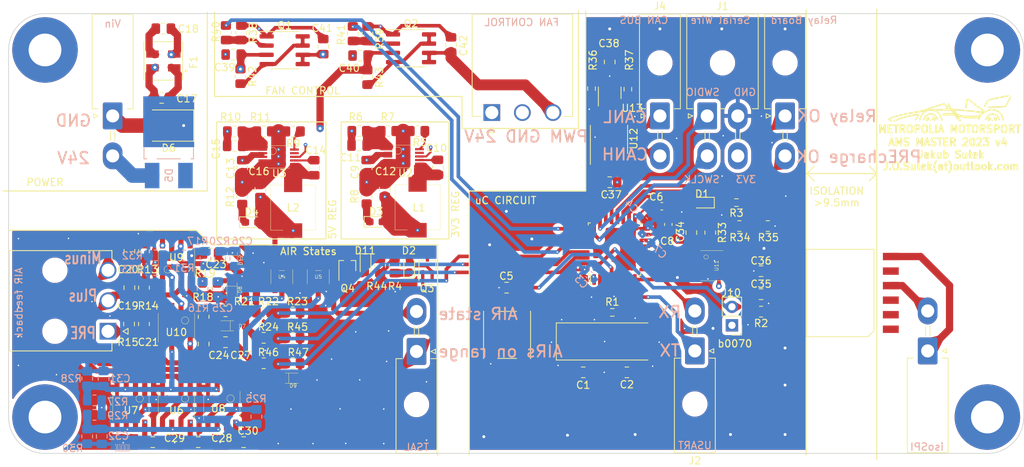
<source format=kicad_pcb>
(kicad_pcb (version 20221018) (generator pcbnew)
  (layers (0 "F.Cu" signal) (1 "In1.Cu" power) (2 "In2.Cu" power) (31 "B.Cu" signal) (34 "B.Paste" user) (35 "F.Paste" user) (36 "B.SilkS" user "B.Silkscreen") (37 "F.SilkS" user "F.Silkscreen") (38 "B.Mask" user) (39 "F.Mask" user) (44 "Edge.Cuts" user))
  (net 0 "")
  (net 1 "Net-(U1-PF0)")
  (net 2 "GND")
  (net 3 "Net-(C2-Pad1)")
  (net 4 "+3V3")
  (net 5 "Net-(U1-PG10)")
  (net 6 "+24V")
  (net 7 "Net-(U2-BOOST)")
  (net 8 "Net-(U2-SW)")
  (net 9 "Net-(U2-FB{slash}Vout)")
  (net 10 "Net-(U3-BOOST)")
  (net 11 "Net-(U3-SW)")
  (net 12 "+5V")
  (net 13 "Net-(U3-FB{slash}Vout)")
  (net 14 "Net-(D5-K)")
  (net 15 "Net-(C18-Pad2)")
  (net 16 "/AIR State for AMS/AIR Detection/Air plus")
  (net 17 "/AIR State for AMS/AIR Detection/Air minus")
  (net 18 "/AIR State for AMS/AIR Detection/Air pre")
  (net 19 "/AIR State for AMS/AIR PLUS")
  (net 20 "/AIR State for AMS/AIR MINUS")
  (net 21 "/AIR State for AMS/AIR PRE")
  (net 22 "overrange")
  (net 23 "underrange")
  (net 24 "overclosed")
  (net 25 "Net-(C36-Pad1)")
  (net 26 "Net-(C38-Pad1)")
  (net 27 "Net-(J9-Pin_1)")
  (net 28 "Net-(J9-Pin_3)")
  (net 29 "Net-(D1-K)")
  (net 30 "Net-(D1-A)")
  (net 31 "Net-(D2-K)")
  (net 32 "Net-(D2-A)")
  (net 33 "Net-(D3-K)")
  (net 34 "Net-(D4-K)")
  (net 35 "+VDC")
  (net 36 "/AIR State for AMS/AIR Detection/Airs on range")
  (net 37 "/CAN Tranceiver/CANL")
  (net 38 "/CAN Tranceiver/CANH")
  (net 39 "Net-(D11-K)")
  (net 40 "Net-(D11-A)")
  (net 41 "Net-(J2-Pin_1)")
  (net 42 "Net-(J2-Pin_2)")
  (net 43 "Net-(J3-Pin_1)")
  (net 44 "Net-(J3-Pin_2)")
  (net 45 "Net-(R16-Pad2)")
  (net 46 "Net-(R17-Pad2)")
  (net 47 "Net-(R18-Pad2)")
  (net 48 "/IsoSPI Tranceiver/MISO")
  (net 49 "Net-(J7-Pin_2)")
  (net 50 "Net-(J8-Pin_1)")
  (net 51 "/Fan Control/Fan Control Power")
  (net 52 "/Fan Control/Fan Control PWM")
  (net 55 "Net-(J8-Pin_2)")
  (net 56 "Net-(J10-Pin_2)")
  (net 57 "/IsoSPI Tranceiver/CS*")
  (net 58 "/IsoSPI Tranceiver/SPCK")
  (net 59 "/IsoSPI Tranceiver/MOSI")
  (net 60 "Net-(Q1A-G)")
  (net 61 "/CAN Tranceiver/CANRX")
  (net 62 "/CAN Tranceiver/CANTX")
  (net 63 "Net-(Q1B-G)")
  (net 64 "Net-(Q2A-G)")
  (net 65 "Net-(Q2B-G)")
  (net 66 "Net-(U4-Pad4)")
  (net 67 "Net-(U1-PF1)")
  (net 68 "Net-(U2-RT)")
  (net 71 "Net-(U3-RT)")
  (net 72 "Net-(U11-IBIAS)")
  (net 76 "Net-(U11-ICMP)")
  (net 77 "Net-(U11-IP)")
  (net 78 "Net-(U11-IM)")
  (net 86 "Net-(J1-Pin_1)")
  (net 87 "Net-(J1-Pin_3)")
  (net 88 "/AIR State for AMS/AIR Detection/Air plus state")
  (net 89 "/AIR State for AMS/AIR Detection/Air minus state")
  (net 90 "/AIR State for AMS/AIR Detection/Air pre state")
  (net 91 "Net-(U10B-+)")
  (footprint "Capacitor_SMD:C_0805_2012Metric_Pad1.18x1.45mm_HandSolder" (layer "F.Cu") (at 183.1025 109.035 180)
    (fp_text reference "C36")
    (fp_text value "30pF")
  )
  (footprint "Metropolia Motorsport:SOD-323" (layer "F.Cu") (at 110.45 107.3 -90)
    (fp_text reference "D12")
    (fp_text value "5.1V" hide)
  )
  (footprint "Resistor_SMD:R_0805_2012Metric_Pad1.20x1.40mm_HandSolder" (layer "F.Cu") (at 114.75 121.7 180)
    (fp_text reference "R46")
    (fp_text value "6k")
  )
  (footprint "Resistor_SMD:R_0805_2012Metric_Pad1.20x1.40mm_HandSolder" (layer "F.Cu") (at 132.75 108.3 90)
    (fp_text reference "R4")
    (fp_text value "470")
  )
  (footprint "Capacitor_SMD:C_0805_2012Metric_Pad1.18x1.45mm_HandSolder" (layer "F.Cu") (at 148.1375 111.3 180)
    (fp_text reference "C5")
    (fp_text value "100nF")
  )
  (footprint "Resistor_SMD:R_0805_2012Metric_Pad1.20x1.40mm_HandSolder" (layer "F.Cu") (at 98.3 116.3 -90)
    (fp_text reference "R15")
    (fp_text value "10K")
  )
  (footprint "LED_SMD:LED_0603_1608Metric_Pad1.05x0.95mm_HandSolder" (layer "F.Cu") (at 175.0125 99.6 180)
    (fp_text reference "D1")
    (fp_text value "KT-0603R")
  )
  (footprint "Connector_Molex:Molex_Mini-Fit_Jr_5569-03A4_1x03_P4.20mm_Horizontal" (layer "F.Cu") (at 93.36125 117.3 -90)
    (fp_text reference "J6" hide)
    (fp_text value "Molex 39303036")
  )
  (footprint "MountingHole:MountingHole_4.5mm_Pad" (layer "F.Cu") (at 214.2 129.1)
    (fp_text reference "REF**" hide)
    (fp_text value "MountingHole_4.5mm_Pad" hide)
  )
  (footprint "Capacitor_SMD:C_0805_2012Metric_Pad1.18x1.45mm_HandSolder" (layer "F.Cu") (at 122.935 78.135 90)
    (fp_text reference "C41")
    (fp_text value "100nF")
  )
  (footprint "Metropolia Motorsport:SOIC-8" (layer "F.Cu") (at 102.75 116.8 180)
    (fp_text reference "U10")
    (fp_text value "LM293" hide)
  )
  (footprint "Capacitor_SMD:C_0805_2012Metric_Pad1.18x1.45mm_HandSolder" (layer "F.Cu") (at 105.75 132.55)
    (fp_text reference "C28")
    (fp_text value "100nF")
  )
  (footprint "Capacitor_SMD:C_0805_2012Metric_Pad1.18x1.45mm_HandSolder" (layer "F.Cu") (at 140.5 77.9025 90)
    (fp_text reference "C42")
    (fp_text value "100nF")
  )
  (footprint "Resistor_SMD:R_0603_1608Metric_Pad0.98x0.95mm_HandSolder" (layer "F.Cu") (at 159.8 83.9125 90)
    (fp_text reference "R36")
    (fp_text value "60")
  )
  (footprint "LED_SMD:LED_0603_1608Metric_Pad1.05x0.95mm_HandSolder" (layer "F.Cu") (at 134.75 108.3 90)
    (fp_text reference "D2")
    (fp_text value "KT-0603R")
  )
  (footprint "Metropolia Motorsport:SOT-753" (layer "F.Cu") (at 117.25 109.8 90)
    (fp_text reference "U4")
    (fp_text value "OR-gate" hide)
  )
  (footprint "LED_SMD:LED_0603_1608Metric_Pad1.05x0.95mm_HandSolder" (layer "F.Cu") (at 113.1 102.3)
    (fp_text reference "D4")
    (fp_text value "KT-0603R")
  )
  (footprint "Metropolia Motorsport:SOIC-8" (layer "F.Cu") (at 109 127.55 180)
    (fp_text reference "U8")
    (fp_text value "LM293" hide)
  )
  (footprint "Capacitor_SMD:C_0805_2012Metric_Pad1.18x1.45mm_HandSolder" (layer "F.Cu") (at 164.66 122.95 180)
    (fp_text reference "C2")
    (fp_text value "30pF")
  )
  (footprint "Capacitor_SMD:C_0805_2012Metric_Pad1.18x1.45mm_HandSolder" (layer "F.Cu") (at 183.1 112.2)
    (fp_text reference "C35")
    (fp_text value "100nF")
  )
  (footprint "Resistor_SMD:R_0805_2012Metric_Pad1.20x1.40mm_HandSolder" (layer "F.Cu") (at 107.35 110.6 180)
    (fp_text reference "R19")
    (fp_text value "33k")
  )
  (footprint "Capacitor_SMD:C_0805_2012Metric_Pad1.18x1.45mm_HandSolder" (layer "F.Cu") (at 138.7 94.75 -90)
    (fp_text reference "C10")
    (fp_text value "0.22uF" hide)
  )
  (footprint "Capacitor_SMD:C_0805_2012Metric_Pad1.18x1.45mm_HandSolder" (layer "F.Cu") (at 112 132.55)
    (fp_text reference "C30")
    (fp_text value "100nF")
  )
  (footprint "Metropolia Motorsport:LT3970" (layer "F.Cu") (at 116.8 93.3)
    (fp_text reference "U3")
    (fp_text value "LT3970" hide)
  )
  (footprint "Capacitor_SMD:C_0805_2012Metric_Pad1.18x1.45mm_HandSolder" (layer "F.Cu") (at 100.7325 85.19 180)
    (fp_text reference "C17")
    (fp_text value "10nF")
  )
  (footprint "Capacitor_SMD:C_0805_2012Metric_Pad1.18x1.45mm_HandSolder" (layer "F.Cu") (at 173.52 103.725 90)
    (fp_text reference "C34")
    (fp_text value "100nF")
  )
  (footprint "Capacitor_SMD:C_0805_2012Metric_Pad1.18x1.45mm_HandSolder" (layer "F.Cu") (at 96.3 111.3 -90)
    (fp_text reference "C19")
    (fp_text value "100nF")
  )
  (footprint "Resistor_SMD:R_0805_2012Metric_Pad1.20x1.40mm_HandSolder" (layer "F.Cu") (at 176.12 103.725 -90)
    (fp_text reference "R33")
    (fp_text value "1.21k")
  )
  (footprint "MountingHole:MountingHole_4.5mm_Pad" (layer "F.Cu") (at 84.7 78.6)
    (fp_text reference "REF**" hide)
    (fp_text value "MountingHole_4.5mm_Pad" hide)
  )
  (footprint "Resistor_SMD:R_0805_2012Metric_Pad1.20x1.40mm_HandSolder" (layer "F.Cu") (at 127 76.365 -90)
    (fp_text reference "R39")
    (fp_text value "330")
  )
  (footprint "Resistor_SMD:R_0805_2012Metric_Pad1.20x1.40mm_HandSolder" (layer "F.Cu") (at 111.56 82.235 -90)
    (fp_text reference "R42")
    (fp_text value "10k")
  )
  (footprint "Resistor_SMD:R_0805_2012Metric_Pad1.20x1.40mm_HandSolder" (layer "F.Cu") (at 111.8 98.799999 90)
    (fp_text reference "R12")
    (fp_text value "470")
  )
  (footprint "Resistor_SMD:R_0805_2012Metric_Pad1.20x1.40mm_HandSolder" (layer "F.Cu") (at 127.8625 89.75)
    (fp_text reference "R6")
    (fp_text value "1M" hide)
  )
  (footprint "Resistor_SMD:R_0805_2012Metric_Pad1.20x1.40mm_HandSolder" (layer "F.Cu") (at 98.3 111.3 -90)
    (fp_text reference "R14")
    (fp_text value "10K")
  )
  (footprint "Capacitor_SMD:C_0805_2012Metric_Pad1.18x1.45mm_HandSolder" (layer "F.Cu") (at 131.4 97.750001 90)
    (fp_text reference "C12")
    (fp_text value "22uF" hide)
  )
  (footprint "Capacitor_SMD:C_0603_1608Metric_Pad1.08x0.95mm_HandSolder" (layer "F.Cu") (at 169.46 100.1)
    (fp_text reference "C6")
    (fp_text value "4.7uF")
  )
  (footprint "Connector_Molex:Molex_Mini-Fit_Jr_5569-02A2_2x01_P4.20mm_Horizontal" (layer "F.Cu") (at 174 120 180)
    (fp_text reference "J2")
    (fp_text value "Molex 26-01-3127")
  )
  (footprint "Resistor_SMD:R_0805_2012Metric_Pad1.20x1.40mm_HandSolder" (layer "F.Cu") (at 110.7625 89.8)
    (fp_text reference "R10")
    (fp_text value "1M")
  )
  (footprint "Capacitor_SMD:C_0805_2012Metric_Pad1.18x1.45mm_HandSolder" (layer "F.Cu") (at 107.45 106.6)
    (fp_text reference "C23")
    (fp_text value "100nF")
  )
  (footprint "Capacitor_SMD:C_0603_1608Metric_Pad1.08x0.95mm_HandSolder" (layer "F.Cu") (at 170.36 102.6 90)
    (fp_text reference "C8")
    (fp_text value "1uF")
  )
  (footprint "Resistor_SMD:R_0805_2012Metric_Pad1.20x1.40mm_HandSolder" (layer "F.Cu") (at 130.75 108.3 -90)
    (fp_text reference "R44")
    (fp_text value "470")
  )
  (footprint "Capacitor_SMD:C_0805_2012Metric_Pad1.18x1.45mm_HandSolder" (layer "F.Cu") (at 99.5 132.55)
    (fp_text reference "C29")
    (fp_text value "100nF")
  )
  (footprint "Resistor_SMD:R_0805_2012Metric_Pad1.20x1.40mm_HandSolder" (layer "F.Cu") (at 106.5 115.3 90)
    (fp_text reference "R18")
    (fp_text value "33k")
  )
  (footprint "Resistor_SMD:R_0805_2012Metric_Pad1.20x1.40mm_HandSolder" (layer "F.Cu") (at 114.75 118.2 180)
    (fp_text reference "R24")
    (fp_text value "6k")
  )
  (footprint "Package_TO_SOT_SMD:SOT-23-3" (layer "F.Cu") (at 162.3 84.5 90)
    (fp_text reference "U13")
    (fp_text value "ESDCAN24-2BLY")
  )
  (footprint "Connector_Molex:Molex_Mini-Fit_Jr_5569-03A4_1x03_P4.20mm_Horizontal" (layer "F.Cu") (at 146.1 87.21225 180)
    (fp_text reference "J9" hide)
    (fp_text value "Molex 39303036")
  )
  (footprint "Metropolia Motorsport:SOIC-8" (layer "F.Cu") (at 96.5 127.55 180)
    (fp_text reference "U7")
    (fp_text value "LM293" hide)
  )
  (footprint "Resistor_SMD:R_0805_2012Metric_Pad1.20x1.40mm_HandSolder" (layer "F.Cu") (at 118.75 114.7 180)
    (fp_text reference "R23")
    (fp_text value "11k")
  )
  (footprint "Resistor_SMD:R_0805_2012Metric_Pad1.20x1.40mm_HandSolder" (layer "F.Cu") (at 180.12 102.825)
    (fp_text reference "R34")
    (fp_text value "1k")
  )
  (footprint "Capacitor_SMD:C_0805_2012Metric_Pad1.18x1.45mm_HandSolder" (layer "F.Cu") (at 100.965 75.665 180)
    (fp_text reference "C18")
    (fp_text value "10uF")
  )
  (footprint "Metropolia Motorsport:SLF7045T" (layer "F.Cu") (at 118.8 100.3 -90)
    (fp_text reference "L2")
    (fp_text value "22uH" hide)
  )
  (footprint "Capacitor_SMD:C_0805_2012Metric_Pad1.18x1.45mm_HandSolder" (layer "F.Cu") (at 162.3 80.25 -90)
    (fp_text reference "C38")
    (fp_text value "4.7nF")
  )
  (footprint "Connector_Molex:Molex_Mini-Fit_Jr_5569-02A2_2x01_P4.20mm_Horizontal" (layer "F.Cu") (at 169.2 87.675)
    (fp_text reference "J4")
    (fp_text value "Molex 26-01-3127")
  )
  (footprint "LED_SMD:LED_0603_1608Metric_Pad1.05x0.95mm_HandSolder" (layer "F.Cu") (at 128.75 108.3 -90)
    (fp_text reference "D11")
    (fp_text value "KT-0603R")
  )
  (footprint "Connector_Molex:Molex_Mini-Fit_Jr_5569-04A2_2x02_P4.20mm_Horizontal" (layer "F.Cu") (at 175.7 87.675)
    (fp_text reference "J1")
    (fp_text value "Molex 39301040")
  )
  (footprint "Metropolia Motorsport:ltc6820" (layer "F.Cu") (at 176.34 108.275 -90)
    (fp_text reference "U11")
    (fp_text value "LTC6820" hide)
  )
  (footprint "Resistor_SMD:R_0805_2012Metric_Pad1.20x1.40mm_HandSolder" (layer "F.Cu") (at 184.02 102.825)
    (fp_text reference "R35")
    (fp_text value "1k")
  )
  (footprint "Metropolia Motorsport:SOIC-8" (layer "F.Cu") (at 102.75 127.55 180)
    (fp_text reference "U6")
    (fp_text value "LM293" hide)
  )
  (footprint "Resistor_SMD:R_0805_2012Metric_Pad1.20x1.40mm_HandSolder" (layer "F.Cu") (at 118.75 118.2 180)
    (fp_text reference "R45")
    (fp_text value "11k")
  )
  (footprint "Metropolia Motorsport:formula_logo" (layer "F.Cu") (at 209 86.6)
    (fp_text reference "G***" hide)
    (fp_text value "LOGO" hide)
  )
  (footprint "Connector_Molex:Molex_Mini-Fit_Jr_5569-02A2_2x01_P4.20mm_Horizontal" (layer "F.Cu") (at 94 87.675)
    (fp_text reference "J5" hide)
    (fp_text value "Molex 26-01-3127")
  )
  (footprint "Connector_Molex:Molex_Mini-Fit_Jr_5569-02A2_2x01_P4.20mm_Horizontal" (layer "F.Cu") (at 206 120 180)
    (fp_text reference "J8" hide)
    (fp_text value "Molex 26-01-3127")
  )
  (footprint "Metropolia Motorsport:SOD-323" (layer "F.Cu") (at 110.4 111.5 -90)
    (fp_text reference "D8")
    (fp_text value "5.1V" hide)
  )
  (footprint "Metropolia Motorsport:SOD-323" (layer "F.Cu") (at 109.75 116.55 180)
    (fp_text reference "D7")
    (fp_text value "5.1V" hide)
  )
  (footprint "Capacitor_SMD:C_0805_2012Metric_Pad1.18x1.45mm_HandSolder" (layer "F.Cu") (at 158.66 122.95)
    (fp_text reference "C1")
    (fp_text value "30pF" hide)
  )
  (footprint "Connector_PinHeader_2.54mm:PinHeader_1x02_P2.54mm_Vertical" (layer "F.Cu") (at 179.1 116.475 180)
    (fp_text reference "J10")
    (fp_text value "Header")
  )
  (footprint "Package_SO:SOIC-8_3.9x4.9mm_P1.27mm" (layer "F.Cu") (at 135 78.365)
    (fp_text reference "Q2")
    (fp_text value "AO4612")
  )
  (footprint "Resistor_SMD:R_0805_2012Metric_Pad1.20x1.40mm_HandSolder" (layer "F.Cu") (at 128.9 98.75 90)
    (fp_text reference "R8")
    (fp_text value "330" hide)
  )
  (footprint "Package_TO_SOT_SMD:SOT-323_SC-70_Handsoldering" (layer "F.Cu") (at 126.25 108.3 90)
    (fp_text reference "Q4")
    (fp_text value "BSS123")
  )
  (footprint "Button_Switch_SMD:SW_Push_1P1T_NO_6x6mm_H9.5mm" (layer "F.Cu") (at 148.2 117.8 90)
    (fp_text reference "SW1" hide)
    (fp_text value "CS11024.3F160")
  )
  (footprint "Connector_Molex:Molex_Mini-Fit_Jr_5569-02A2_2x01_P4.20mm_Horizontal" (layer "F.Cu") (at 135.75 120.075 180)
    (fp_text reference "J7" hide)
    (fp_text value "Molex 26-01-3127")
  )
  (footprint "Resistor_SMD:R_0805_2012Metric_Pad1.20x1.40mm_HandSolder" (layer "F.Cu") (at 129 82.365 -90)
    (fp_text reference "R43")
    (fp_text value "10k")
  )
  (footprint "Capacitor_SMD:C_0805_2012Metric_Pad1.18x1.45mm_HandSolder" (layer "F.Cu") (at 128.9 94.7875 -90)
    (fp_text reference "C9")
    (fp_text value "2.2uF" hide)
  )
  (footprint "Resistor_SMD:R_0603_1608Metric_Pad0.98x0.95mm_HandSolder" (layer "F.Cu") (at 179.7125 99.6 180)
    (fp_text reference "R3")
    (fp_text value "331")
  )
  (footprint "Capacitor_SMD:C_0805_2012Metric_Pad1.18x1.45mm_HandSolder" (layer "F.Cu") (at 128 79.365 180)
    (fp_text reference "C40")
    (fp_text value "100nF")
  )
  (footprint "Resistor_SMD:R_0805_2012Metric_Pad1.20x1.40mm_HandSolder" (layer "F.Cu") (at 183.1 114.6 180)
    (fp_text reference "R2")
    (fp_text value "10k")
  )
  (footprint "Capacitor_SMD:C_0805_2012Metric_Pad1.18x1.45mm_HandSolder" (layer "F.Cu") (at 127.8625 91.75)
    (fp_text reference "C11")
    (fp_text value "22pF" hide)
  )
  (footprint "Resistor_SMD:R_0805_2012Metric_Pad1.20x1.40mm_HandSolder" (layer "F.Cu") (at 118.8 89.8 180)
    (fp_text reference "R9")
    (fp_text value "226k")
  )
  (footprint "Resistor_SMD:R_0805_2012Metric_Pad1.20x1.40mm_HandSolder" (layer "F.Cu") (at 114.8 89.8)
    (fp_text reference "R11")
    (fp_text value "316k")
  )
  (footprint "Diode_SMD:D_SMB" (layer "F.Cu") (at 101.6 89 180)
    (fp_text reference "D6")
    (fp_text value "SMBJ26A\n")
  )
  (footprint "Resistor_SMD:R_0805_2012Metric_Pad1.20x1.40mm_HandSolder" (layer "F.Cu") (at 109.56 76.235 -90)
    (fp_text reference "R38")
    (fp_text value "330")
  )
  (footprint "Capacitor_SMD:C_0805_2012Metric_Pad1.18x1.45mm_HandSolder" (layer "F.Cu") (at 121.7 94.8 -90)
    (fp_text reference "C14")
    (fp_text value "0.22uF")
  )
  (footprint "Resistor_SMD:R_0603_1608Metric_Pad0.98x0.95mm_HandSolder" (layer "F.Cu") (at 162.66 114.7)
    (fp_text reference "R1")
    (fp_text value "331")
  )
  (footprint "Resistor_SMD:R_0805_2012Metric_Pad1.20x1.40mm_HandSolder" (layer "F.Cu") (at 98.3 106.3 90)
    (fp_text reference "R13")
    (fp_text value "10K")
  )
  (footprint "Resistor_SMD:R_0805_2012Metric_Pad1.20x1.40mm_HandSolder" (layer "F.Cu") (at 111.66 76.235 90)
    (fp_text reference "R40")
    (fp_text value "10k")
  )
  (footprint "Metropolia Motorsport:SOD-323" (layer "F.Cu") (at 118.6 123.75)
    (fp_text reference "D9")
    (fp_text value "5.1V" hide)
  )
  (footprint "Resistor_SMD:R_0805_2012Metric_Pad1.20x1.40mm_HandSolder" (layer "F.Cu") (at 135.9 89.75 180)
    (fp_text reference "R5")
    (fp_text value "220k" hide)
  )
  (footprint "Metropolia Motorsport:SLF7045T" (layer "F.Cu") (at 135.9 100.25 -90)
    (fp_text reference "L1")
    (fp_text value "22uH" hide)
  )
  (footprint "Capacitor_SMD:C_0805_2012Metric_Pad1.18x1.45mm_HandSolder" (layer "F.Cu") (at 106.5 119.05 -90)
    (fp_text reference "C24")
    (fp_text value "100nF")
  )
  (footprint "Package_SO:SOIC-8_3.9x4.9mm_P1.27mm" (layer "F.Cu") (at 162.2 90.9 90)
    (fp_text reference "U12")
    (fp_text value "SN65HVD230")
  )
  (footprint "Metropolia Motorsport:LT3970" (layer "F.Cu") (at 133.985 93.25)
    (fp_text reference "U2")
    (fp_text value "LT3970" hide)
  )
  (footprint "Resistor_SMD:R_0603_1608Metric_Pad0.98x0.95mm_HandSolder" (layer "F.Cu") (at 164.8 84 -90)
    (fp_text reference "R37")
    (fp_text value "60")
  )
  (footprint "Capacitor_SMD:C_0805_2012Metric_Pad1.18x1.45mm_HandSolder" (layer "F.Cu") (at 96.3 106.3 90)
    (fp_text reference "C20")
    (fp_text value "100nF")
  )
  (footprint "Resistor_SMD:R_0805_2012Metric_Pad1.20x1.40mm_HandSolder" (layer "F.Cu") (at 118.75 121.7 180)
    (fp_text reference "R47")
    (fp_text value "11k")
  )
  (footprint "MountingHole:MountingHole_4.5mm_Pad" (layer "F.Cu") (at 214.2 78.6)
    (fp_text reference "REF**" hide)
    (fp_text value "MountingHole_4.5mm_Pad" hide)
  )
  (footprint "LED_SMD:LED_0603_1608Metric_Pad1.05x0.95mm_HandSolder" (layer "F.Cu") (at 130.2 102.25)
    (fp_text reference "D3")
    (fp_text value "KT-0603R")
  )
  (footprint "Package_SO:SOIC-8_3.9x4.9mm_P1.27mm" (layer "F.Cu") (at 117.635 78.635)
    (fp_text reference "Q1")
    (fp_text value "AO4612")
  )
  (footprint "Crystal:Crystal_SMD_HC49-SD" (layer "F.Cu") (at 161.66 118.7)
    (fp_text reference "Y1" hide)
    (fp_text value "16MHz Crystal ")
  )
  (footprint "Capacitor_SMD:C_0805_2012Metric_Pad1.18x1.45mm_HandSolder" (layer "F.Cu") (at 110.56 79.235 180)
    (fp_text reference "C39")
    (fp_text value "100nF")
  )
  (footprint "Metropolia Motorsport:SOIC-8" (layer "F.Cu") (at 102.75 107.8)
    (fp_text reference "U9")
    (fp_text value "LM293" hide)
  )
  (footprint "Connector_Molex:Molex_Mini-Fit_Jr_5569-02A2_2x01_P4.20mm_Horizontal" (layer "F.Cu") (at 186.4 87.675)
    (fp_text reference "J3" hide)
    (fp_text value "Molex 26-01-3127")
  )
  (footprint "Resistor_SMD:R_0805_2012Metric_Pad1.20x1.40mm_HandSolder" (layer "F.Cu") (at 114.75 114.7 180)
    (fp_text reference "R22")
    (fp_text value "6k")
  )
  (footprint "Capacitor_SMD:C_0805_2012Metric_Pad1.18x1.45mm_HandSolder" (layer "F.Cu") (at 110.7625 91.8)
    (fp_text reference "C15")
    (fp_text value "22pF")
  )
  (footprint "Resistor_SMD:R_0805_2012Metric_Pad1.20x1.40mm_HandSolder" (layer "F.Cu") (at 129 76.365 90)
    (fp_text reference "R41")
    (fp_text value "10k")
  )
  (footprint "Package_TO_SOT_SMD:SOT-323_SC-70_Handsoldering" (layer "F.Cu") (at 137.25 108.3 90)
    (fp_text reference "Q3")
    (fp_text value "BSS123")
  )
  (footprint "Capacitor_SMD:C_0805_2012Metric_Pad1.18x1.45mm_HandSolder" (layer "F.Cu") (at 111.8 94.8 -90)
    (fp_text reference "C13")
    (fp_text value "2.2uF" hide)
  )
  (footprint "Capacitor_SMD:C_0805_2012Metric_Pad1.18x1.45mm_HandSolder" (layer "F.Cu") (at 109.5 118.8)
    (fp_text reference "C27")
    (fp_text value "100nF")
  )
  (footprint "Capacitor_SMD:C_0805_2012Metric_Pad1.18x1.45mm_HandSolder" (layer "F.Cu") (at 114.3 97.800001 90)
    (fp_text reference "C16")
    (fp_text value "22uF")
  )
  (footprint "Filter:Filter_DLW5BTM501TQ2L" (layer "F.Cu") (at 100.965 80.11 -90)
    (fp_text reference "F1")
    (fp_text value "DLW5BTM501TQ2L")
  )
  (footprint "Capacitor_SMD:C_0805_2012Metric_Pad1.18x1.45mm_HandSolder" (layer "F.Cu") (at 96.25 116.3 -90)
    (fp_text reference "C21")
    (fp_text value "100nF")
  )
  (footprint "Resistor_SMD:R_0805_2012Metric_Pad1.20x1.40mm_HandSolder" (layer "F.Cu") (at 109.5 114.55 180)
    (fp_text reference "R21")
    (fp_text value "33k")
  )
  (footprint "Capacitor_SMD:C_0805_2012Metric_Pad1.18x1.45mm_HandSolder" (layer "F.Cu") (at 162.3 96.8)
    (fp_text reference "C37")
    (fp_text value "100nF")
  )
  (footprint "Metropolia Motorsport:SOT-753" (layer "F.Cu") (at 122.25 109.8 90)
    (fp_text reference "U5")
    (fp_text value "OR-gate" hide)
  )
  (footprint "Package_QFP:LQFP-32_7x7mm_P0.8mm" (layer "F.Cu") (at 162.96 106 90)
    (fp_text reference "U1" hide)
    (fp_text value "STM32G431KBTx")
  )
  (footprint "Resistor_SMD:R_0805_2012Metric_Pad1.20x1.40mm_HandSolder" (layer "F.Cu") (at 131.9 89.75)
    (fp_text reference "R7")
    (fp_text value "576k" hide)
  )
  (footprint "MountingHole:MountingHole_4.5mm_Pad" (layer "F.Cu") (at 84.7 129.1)
    (fp_text reference "REF**" hide)
    (fp_text value "MountingHole_4.5mm_Pad" hide)
  )
  (footprint "Metropolia Motorsport:SM91501AL-E" (layer "F.Cu") (at 194.34 112.02 90)
    (fp_text reference "T1-1" hide)
    (fp_text value "SM91501AL-E")
  )
  (footprint "Capacitor_SMD:C_0603_1608Metric_Pad1.08x0.95mm_HandSolder" (layer "B.Cu") (at 159.46 109.5 135)
    (fp_text reference "C3")
    (fp_text value "100nF")
  )
  (footprint "Package_TO_SOT_SMD:TO-252-2_TabPin1" (layer "B.Cu") (at 101.7 91.3 90)
    (fp_text reference "D5")
    (fp_text value "STPS5L25B-TR")
  )
  (footprint "Resistor_SMD:R_0805_2012Metric_Pad1.20x1.40mm_HandSolder" (layer "B.Cu") (at 113.75 129.05 -90)
    (fp_text reference "R25")
    (fp_text value "22k")
  )
  (footprint "Capacitor_SMD:C_0603_1608Metric_Pad1.08x0.95mm_HandSolder" (layer "B.Cu") (at 167.05012 102.09012 -45)
    (fp_text reference "C4")
    (fp_text value "100nF")
  )
  (footprint "Resistor_SMD:R_0805_2012Metric_Pad1.20x1.40mm_HandSolder" (layer "B.Cu") (at 106.75 107.3 -90)
    (fp_text reference "R17")
    (fp_text value "33k")
  )
  (footprint "Capacitor_SMD:C_0603_1608Metric_Pad1.08x0.95mm_HandSolder" (layer "B.Cu") (at 167.36988 104.50988 -45)
    (fp_text reference "C7")
    (fp_text value "10nF")
  )
  (footprint "Resistor_SMD:R_0805_2012Metric_Pad1.20x1.40mm_HandSolder" (layer "B.Cu") (at 99.9125 106.8625 180)
    (fp_text reference "R32")
    (fp_text value "13k")
  )
  (footprint "Capacitor_SMD:C_0805_2012Metric_Pad1.18x1.45mm_HandSolder" (layer "B.Cu") (at 92.5 131.7625 -90)
    (fp_text reference "C32")
    (fp_text value "100nF")
  )
  (footprint "Resistor_SMD:R_0805_2012Metric_Pad1.20x1.40mm_HandSolder" (layer "B.Cu") (at 108.75 107.3 -90)
    (fp_text reference "R20")
    (fp_text value "33k")
  )
  (footprint "Capacitor_SMD:C_0805_2012Metric_Pad1.18x1.45mm_HandSolder" (layer "B.Cu") (at 110.85 107.3 90)
    (fp_text reference "C26")
    (fp_text value "100nF")
  )
  (footprint "Resistor_SMD:R_0805_2012Metric_Pad1.20x1.40mm_HandSolder" (layer "B.Cu") (at 91.5 126.8 180)
    (fp_text reference "R27")
    (fp_text value "2.2k")
  )
  (footprint "Resistor_SMD:R_0805_2012Metric_Pad1.20x1.40mm_HandSolder" (layer "B.Cu") (at 90.5 131.7625 -90)
    (fp_text reference "R30")
    (fp_text value "9.1k")
  )
  (footprint "Capacitor_SMD:C_0805_2012Metric_Pad1.18x1.45mm_HandSolder" (layer "B.Cu") (at 92.75 123.8 90)
    (fp_text reference "C31")
    (fp_text value "100nF")
  )
  (footprint "Resistor_SMD:R_0805_2012Metric_Pad1.20x1.40mm_HandSolder" (layer "B.Cu") (at 90.5 123.8 90)
    (fp_text reference "R28")
    (fp_text value "22k")
  )
  (footprint "Capacitor_SMD:C_0805_2012Metric_Pad1.18x1.45mm_HandSolder" (layer "B.Cu") (at 99.9125 108.8625 180)
    (fp_text reference "C33")
    (fp_text value "100nF")
  )
  (footprint "Resistor_SMD:R_0805_2012Metric_Pad1.20x1.40mm_HandSolder" (layer "B.Cu") (at 103.825 106.875 180)
    (fp_text reference "R31")
    (fp_text value "11k")
  )
  (footprint "Resistor_SMD:R_0805_2012Metric_Pad1.20x1.40mm_HandSolder" (layer "B.Cu") (at 91.5 128.8 180)
    (fp_text reference "R29")
    (fp_text value "15k")
  )
  (footprint "Resistor_SMD:R_0805_2012Metric_Pad1.20x1.40mm_HandSolder" (layer "B.Cu") (at 106.35 111.5 90)
    (fp_text reference "R16")
    (fp_text value "33k")
  )
  (footprint "Capacitor_SMD:C_0805_2012Metric_Pad1.18x1.45mm_HandSolder" (layer "B.Cu") (at 108.45 111.5 90)
    (fp_text reference "C25")
    (fp_text value "100nF")
  )
  (gr_line locked (start 108 85) (end 142 85) (stroke (width 0.154)) (layer "F.SilkS"))
  (gr_line locked (start 159 98) (end 143 98) (stroke (width 0.154)) (layer "F.SilkS"))
  (gr_line locked (start 158 89.4) (end 158 73.2) (stroke (width 0.154)) (layer "F.SilkS"))
  (gr_line locked (start 140.2 88.5) (end 140.2 104.6) (stroke (width 0.154)) (layer "F.SilkS"))
  (gr_line (start 79.75 103.4) (end 105.55 103.4) (stroke (width 0.154)) (layer "F.SilkS"))
  (gr_line locked (start 108.3 88.5) (end 123.3 88.5) (stroke (width 0.154)) (layer "F.SilkS"))
  (gr_line locked (start 189.4 95.6) (end 199 95.6) (stroke (width 0.154)) (layer "F.SilkS"))
  (gr_line locked (start 125.4 104.6) (end 125.4 88.5) (stroke (width 0.154)) (layer "F.SilkS"))
  (gr_line locked (start 143 98) (end 143 134.3) (stroke (width 0.154)) (layer "F.SilkS"))
  (gr_line locked (start 190.4 94.6) (end 189.4 95.6) (stroke (width 0.154)) (layer "F.SilkS"))
  (gr_line locked (start 107 98) (end 78.9 98) (stroke (width 0.154)) (layer "F.SilkS"))
  (gr_line locked (start 107 73.4) (end 107 98) (stroke (width 0.154)) (layer "F.SilkS"))
  (gr_line (start 138.65 105.4) (end 138.65 134.4) (stroke (width 0.154)) (layer "F.SilkS"))
  (gr_line locked (start 189.3 73.1) (end 189.3 134.3) (stroke (width 0.154)) (layer "F.SilkS"))
  (gr_line locked (start 108 73.4) (end 108 85) (stroke (width 0.154)) (layer "F.SilkS"))
  (gr_line locked (start 199 95.6) (end 198 94.6) (stroke (width 0.154)) (layer "F.SilkS"))
  (gr_line locked (start 142 89.4) (end 158 89.4) (stroke (width 0.154)) (layer "F.SilkS"))
  (gr_line locked (start 140.2 104.6) (end 125.4 104.6) (stroke (width 0.154)) (layer "F.SilkS"))
  (gr_line locked (start 123.3 104.6) (end 108.3 104.6) (stroke (width 0.154)) (layer "F.SilkS"))
  (gr_line (start 127.55 105.4) (end 138.65 105.4) (stroke (width 0.154)) (layer "F.SilkS"))
  (gr_line (start 107.55 105.4) (end 127.55 105.4) (stroke (width 0.154)) (layer "F.SilkS"))
  (gr_line locked (start 198 96.6) (end 199 95.6) (stroke (width 0.154)) (layer "F.SilkS"))
  (gr_line locked (start 189.4 95.6) (end 190.4 96.6) (stroke (width 0.154)) (layer "F.SilkS"))
  (gr_line locked (start 125.4 88.5) (end 140.2 88.5) (stroke (width 0.154)) (layer "F.SilkS"))
  (gr_line locked (start 159 73.25) (end 159 98) (stroke (width 0.154)) (layer "F.SilkS"))
  (gr_line locked (start 199 134.9) (end 199 73) (stroke (width 0.154)) (layer "F.SilkS"))
  (gr_line locked (start 142 85) (end 142 89.4) (stroke (width 0.154)) (layer "F.SilkS"))
  (gr_line locked (start 108.3 104.6) (end 108.3 88.5) (stroke (width 0.154)) (layer "F.SilkS"))
  (gr_line (start 105.55 103.4) (end 107.55 105.4) (stroke (width 0.154)) (layer "F.SilkS"))
  (gr_line locked (start 123.3 88.5) (end 123.3 104.6) (stroke (width 0.154)) (layer "F.SilkS"))
  (gr_line locked (start 214.2 73.6) (end 84.7 73.6) (stroke (width 0.1)) (layer "Edge.Cuts"))
  (gr_line locked (start 214.2 134.1) (end 84.7 134.1) (stroke (width 0.1)) (layer "Edge.Cuts"))
  (gr_arc locked (start 214.2 73.6) (mid 217.735534 75.064466) (end 219.2 78.6) (stroke (width 0.1)) (layer "Edge.Cuts"))
  (gr_arc locked (start 219.2 129.1) (mid 217.735534 132.635534) (end 214.2 134.1) (stroke (width 0.1)) (layer "Edge.Cuts"))
  (gr_arc locked (start 84.7 134.1) (mid 81.164466 132.635534) (end 79.7 129.1) (stroke (width 0.1)) (layer "Edge.Cuts"))
  (gr_line locked (start 219.2 78.6) (end 219.2 129.1) (stroke (width 0.1)) (layer "Edge.Cuts"))
  (gr_line locked (start 79.7 78.6) (end 79.7 129.1) (stroke (width 0.1)) (layer "Edge.Cuts"))
  (gr_arc locked (start 79.7 78.6) (mid 81.164466 75.064466) (end 84.7 73.6) (stroke (width 0.1)) (layer "Edge.Cuts"))
  (gr_text locked "Serial Wire" (at 177.5 74.5) (layer "B.SilkS") (effects (font (size 1 1) (thickness 0.154)) (justify mirror)))
  (gr_text locked "isoSPI" (at 205.9 133.2) (layer "B.SilkS") (effects (font (size 1 1) (thickness 0.154)) (justify mirror)))
  (gr_text locked "FAN CONTROL" (at 150.2 74.8) (layer "B.SilkS") (effects (font (size 1 1) (thickness 0.154)) (justify mirror)))
  (gr_text locked "AIR feedback" (at 81.1 113.4 90) (layer "B.SilkS") (effects (font (size 1 1) (thickness 0.154)) (justify mirror)))
  (gr_text locked "SWDIO" (at 177.5 85) (layer "B.SilkS") (effects (font (size 1 1) (thickness 0.154)) (justify left bottom mirror)))
  (gr_text locked "SWCLK" (at 177.5 97) (layer "B.SilkS") (effects (font (size 1 1) (thickness 0.154)) (justify left bottom mirror)))
  (gr_text locked "CAN BUS" (at 167 74.5) (layer "B.SilkS") (effects (font (size 1 1) (thickness 0.154)) (justify mirror)))
  (gr_text locked "Minus\n\nPlus\n\nPRE" (at 89.9 112.4) (layer "B.SilkS") (effects (font (size 1.6 1.2) (thickness 0.25)) (justify mirror)))
  (gr_text locked "3V3" (at 182.5 97) (layer "B.SilkS") (effects (font (size 1 1) (thickness 0.154)) (justify left bottom mirror)))
  (gr_text locked "GND\n\n24V" (at 88.6 90.9) (layer "B.SilkS") (effects (font (size 1.6 1.6) (thickness 0.25)) (justify mirror)))
  (gr_text locked "RX" (at 170.55 114.65) (layer "B.SilkS") (effects (font (size 1.6 1.6) (thickness 0.25)) (justify mirror)))
  (gr_text locked "GND" (at 182.5 85) (layer "B.SilkS") (effects (font (size 1 1) (thickness 0.154)) (justify left bottom mirror)))
  (gr_text locked "CANL\n\nCANH" (at 164.4 90.4) (layer "B.SilkS") (effects (font (size 1.6 1.6) (thickness 0.25)) (justify mirror)))
  (gr_text locked "Vin" (at 94 75) (layer "B.SilkS") (effects (font (size 1 1) (thickness 0.154)) (justify mirror)))
  (gr_text "AIR state\n\nAIRs on range" (at 138.6 117.5) (layer "B.SilkS") (effects (font (size 1.6 1.6) (thickness 0.25)) (justify right mirror)))
  (gr_text locked "Relay OK" (at 193.5 87.7) (layer "B.SilkS") (effects (font (size 1.6 1.6) (thickness 0.25)) (justify mirror)))
  (gr_text locked "PREcharge OK" (at 196.5 93.3) (layer "B.SilkS") (effects (font (size 1.6 1.6) (thickness 0.25)) (justify mirror)))
  (gr_text "TSAL" (at 135.775 133.25) (layer "B.SilkS") (effects (font (size 1 1) (thickness 0.154)) (justify mirror)))
  (gr_text locked "Relay Board" (at 189 74.5) (layer "B.SilkS") (effects (font (size 1 1) (thickness 0.154)) (justify mirror)))
  (gr_text locked "JLCJLCJLCJLC" (at 95.35 133.375) (layer "B.SilkS") (effects (font (size 1 0.2) (thickness 0.05)) (justify mirror)))
  (gr_text locked "PWM GND 24V " (at 150.2 90.5) (layer "B.SilkS") (effects (font (size 1.6 1.6) (thickness 0.25)) (justify mirror)))
  (gr_text locked "TX" (at 170.55 119.95) (layer "B.SilkS") (effects (font (size 1.6 1.6) (thickness 0.25)) (justify mirror)))
  (gr_text locked "USART" (at 174 133) (layer "B.SilkS") (effects (font (size 1 1) (thickness 0.154)) (justify mirror)))
  (gr_text "AIR States" (at 120.9 106.3) (layer "F.SilkS") (effects (font (size 1 1) (thickness 0.154))))
  (gr_text locked "uC CIRCUIT" (at 148 99.3) (layer "F.SilkS") (effects (font (size 1 1) (thickness 0.154))))
  (gr_text locked "METROPOLIA MOTORSPORT" (at 209 89.5) (layer "F.SilkS") (effects (font (size 1 1) (thickness 0.25))))
  (gr_text locked "5V REG" (at 124.2 101.9 90) (layer "F.SilkS") (effects (font (size 1 1) (thickness 0.154))))
  (gr_text locked "3V3 REG" (at 141.1 101.2 90) (layer "F.SilkS") (effects (font (size 1 1) (thickness 0.154))))
  (gr_text locked "ISOLATION\n>9.5mm" (at 193.5 98.8) (layer "F.SilkS") (effects (font (size 1 1) (thickness 0.154))))
  (gr_text locked "AMS MASTER 2023 v4" (at 208.8 91.3) (layer "F.SilkS") (effects (font (size 1 1) (thickness 0.25))))
  (gr_text locked "b0070" (at 179.5 119) (layer "F.SilkS") (effects (font (size 1 1) (thickness 0.154))))
  (gr_text locked "POWER" (at 84.7 96.8) (layer "F.SilkS") (effects (font (size 1 1) (thickness 0.154))))
  (gr_text locked "FAN CONTROL" (at 120.1 84.2) (layer "F.SilkS") (effects (font (size 1 1) (thickness 0.154))))
  (gr_text locked "Jakub Sułek\nJ.O.Sulek(at)outlook.com" (at 209.2 93.8) (layer "F.SilkS") (effects (font (size 1 1) (thickness 0.25))))
  (segment locked (start 157.41 118.7) (end 157.41 122.7375) (width 0.5) (layer "F.Cu") (net 1))
  (segment locked (start 160.96 113) (end 157.41 116.55) (width 0.5) (layer "F.Cu") (net 1))
  (segment locked (start 160.96 110.175) (end 160.96 113) (width 0.5) (layer "F.Cu") (net 1))
  (segment locked (start 157.41 122.7375) (end 157.6225 122.95) (width 0.5) (layer "F.Cu") (net 1))
  (segment locked (start 157.41 116.55) (end 157.41 118.7) (width 0.5) (layer "F.Cu") (net 1))
  (segment locked (start 121.50625 75.54) (end 116.35 75.54) (width 0.5) (layer "F.Cu") (net 2))
  (segment locked (start 180.625 99.6) (end 182.6 99.6) (width 1) (layer "F.Cu") (net 2))
  (segment locked (start 132.9 89.75) (end 133.9125 89.75) (width 1) (layer "F.Cu") (net 2))
  (segment locked (start 161.565 93.375) (end 161.565 96.4975) (width 0.5) (layer "F.Cu") (net 2))
  (segment (start 108.75 132.55) (end 108.775 132.575) (width 1) (layer "F.Cu") (net 2))
  (segment locked (start 171.0375 101.7375) (end 171.9875 102.6875) (width 1) (layer "F.Cu") (net 2))
  (segment locked (start 99 83.5) (end 99 81.875) (width 1) (layer "F.Cu") (net 2))
  (segment locked (start 116.35 75.54) (end 115.16 76.73) (width 0.5) (layer "F.Cu") (net 2))
  (segment locked (start 99.695 84.195) (end 99 83.5) (width 1) (layer "F.Cu") (net 2))
  (segment locked (start 113.665 75.235) (end 111.66 75.235) (width 0.5) (layer "F.Cu") (net 2))
  (segment locked (start 163.6225 122.95) (end 161.55 122.95) (width 0.5) (layer "F.Cu") (net 2))
  (segment locked (start 161.565 93.375) (end 161.565 91.865) (width 0.5) (layer "F.Cu") (net 2))
  (segment locked (start 114.63 94.3) (end 114.63 93.8) (width 0.28) (layer "F.Cu") (net 2))
  (segment locked (start 167.135 103.2) (end 167.46 103.2) (width 0.5) (layer "F.Cu") (net 2))
  (segment locked (start 113.600002 95.8375) (end 114.785491 94.652011) (width 2) (layer "F.Cu") (net 2))
  (segment locked (start 162.3 83.2) (end 162.3 82.2) (width 1) (layer "F.Cu") (net 2))
  (segment (start 108.4875 107.2875) (end 109.65 108.45) (width 1) (layer "F.Cu") (net 2))
  (segment (start 108.4625 120.0875) (end 108.8125 120.4375) (width 1) (layer "F.Cu") (net 2))
  (segment locked (start 167.135 103.2) (end 167.135 102.325) (width 0.28) (layer "F.Cu") (net 2))
  (segment (start 130.75 109.3) (end 130.75 109.775) (width 1) (layer "F.Cu") (net 2))
  (segment locked (start 112.837498 96.762501) (end 111.8 97.799999) (width 2) (layer "F.Cu") (net 2))
  (segment locked (start 133.9125 94.304022) (end 133.614511 94.602011) (width 2) (layer "F.Cu") (net 2))
  (segment locked (start 145.95 113.825) (end 145.95 121.775) (width 1) (layer "F.Cu") (net 2))
  (segment locked (start 167.135 102.325) (end 167.7225 101.7375) (width 0.28) (layer "F.Cu") (net 2))
  (segment locked (start 178.54 108.025) (end 178.54 107.525) (width 0.28) (layer "F.Cu") (net 2))
  (segment locked (start 132.525 76.46) (end 131.895 76.46) (width 0.5) (layer "F.Cu") (net 2))
  (segment locked (start 133.9125 94.200001) (end 131.4 96.712501) (width 2) (layer "F.Cu") (net 2))
  (segment locked (start 99.45 85.435) (end 99.695 85.19) (width 1.5) (layer "F.Cu") (net 2))
  (segment locked (start 167.135 104.8) (end 167.66 104.8) (width 0.5) (layer "F.Cu") (net 2))
  (segment locked (start 115.16 76.73) (end 114.115 75.685) (width 0.5) (layer "F.Cu") (net 2))
  (segment locked (start 116.787502 89.8) (end 116.8 89.8) (width 1) (layer "F.Cu") (net 2))
  (segment (start 108.6 116.55) (end 108.6 118.6625) (width 1) (layer "F.Cu") (net 2))
  (segment locked (start 116.787502 94.29402) (end 116.429511 94.652011) (width 2) (layer "F.Cu") (net 2))
  (segment (start 130.75 109.775) (end 132.825 111.85) (width 1) (layer "F.Cu") (net 2))
  (segment locked (start 170.3225 100.1) (end 170.3225 101.7) (width 0.28) (layer "F.Cu") (net 2))
  (segment locked (start 99.695 85.19) (end 99.695 84.195) (width 1) (layer "F.Cu") (net 2))
  (segment locked (start 116.787502 92.287502) (end 116.787502 93.25) (width 2) (layer "F.Cu") (net 2))
  (segment (start 108.6 112.65) (end 108.5 112.55) (width 1) (layer "F.Cu") (net 2))
  (segment locked (start 170.36 101.7375) (end 171.0375 101.7375) (width 1) (layer "F.Cu") (net 2))
  (segment locked (start 114.115 75.685) (end 113.665 75.235) (width 0.5) (layer "F.Cu") (net 2))
  (segment locked (start 111.8 95.8375) (end 111.8 97.799999) (width 2) (layer "F.Cu") (net 2))
  (segment (start 95.325 89) (end 94 87.675) (width 2) (layer "F.Cu") (net 2))
  (segment locked (start 116.429511 94.652011) (end 114.785491 94.652011) (width 2) (layer "F.Cu") (net 2))
  (segment locked (start 184.1375 113.4625) (end 184.1375 114.5625) (width 1) (layer "F.Cu") (net 2))
  (segment locked (start 138.9 75.265) (end 133.72 75.265) (width 0.5) (layer "F.Cu") (net 2))
  (segment locked (start 130.8 75.365) (end 129 75.365) (width 0.5) (layer "F.Cu") (net 2))
  (segment locked (start 114.785491 94.652011) (end 112.65 96.787502) (width 2) (layer "F.Cu") (net 2))
  (segment locked (start 185.02 102.02) (end 185.02 102.825) (width 1) (layer "F.Cu") (net 2))
  (segment locked (start 147.1 111.3) (end 147.1 112.675) (width 1) (layer "F.Cu") (net 2))
  (segment (start 104.655 111.945) (end 104.175 112.425) (width 0.7) (layer "F.Cu") (net 2))
  (segment (start 104.655 110.45) (end 104.655 111.945) (width 0.7) (layer "F.Cu") (net 2))
  (segment locked (start 114.3 96.762501) (end 112.837498 96.762501) (width 2) (layer "F.Cu") (net 2))
  (segment locked (start 99.45 89) (end 95.325 89) (width 2) (layer "F.Cu") (net 2))
  (segment locked (start 161.55 122.95) (end 159.6975 122.95) (width 0.5) (layer "F.Cu") (net 2))
  (segment locked (start 115.8 89.8) (end 116.787502 89.8) (width 1) (layer "F.Cu") (net 2))
  (segment (start 108.4875 106.6) (end 108.4875 107.2875) (width 1) (layer "F.Cu") (net 2))
  (segment locked (start 133.614511 94.602011) (end 131.5 94.602011) (width 2) (layer "F.Cu") (net 2))
  (segment locked (start 161.565 96.4975) (end 161.2625 96.8) (width 0.5) (layer "F.Cu") (net 2))
  (segment locked (start 170.3225 101.7) (end 170.36 101.7375) (width 0.28) (layer "F.Cu") (net 2))
  (segment locked (start 133.9125 94.200001) (end 133.9125 94.304022) (width 2) (layer "F.Cu") (net 2))
  (segment locked (start 140.5 76.865) (end 138.9 75.265) (width 0.5) (layer "F.Cu") (net 2))
  (segment locked (start 122.935 77.0975) (end 122.935 76.96875) (width 0.5) (layer "F.Cu") (net 2))
  (segment locked (start 128.9 95.825) (end 130.512499 95.825) (width 2) (layer "F.Cu") (net 2))
  (segment (start 106.7875 132.55) (end 108.75 132.55) (width 1) (layer "F.Cu") (net 2))
  (segment locked (start 116.787502 89.8) (end 116.787502 92.287502) (width 2) (layer "F.Cu") (net 2))
  (segment locked (start 129.937499 96.164512) (end 129.937499 96.712501) (width 2) (layer "F.Cu") (net 2))
  (segment locked (start 111.8 97.799999) (end 111.8 97.737502) (width 1) (layer "F.Cu") (net 2))
  (segment locked (start 176.7 107.6) (end 177.125 108.025) (width 0.28) (layer "F.Cu") (net 2))
  (segment locked (start 184.1375 112.2) (end 184.1375 113.4625) (width 1) (layer "F.Cu") (net 2))
  (segment locked (start 99.45 89) (end 99.45 85.435) (width 1.5) (layer "F.Cu") (net 2))
  (segment locked (start 171.9875 102.6875) (end 173.52 102.6875) (width 1) (layer "F.Cu") (net 2))
  (segment locked (start 131.895 76.46) (end 130.8 75.365) (width 0.5) (layer "F.Cu") (net 2))
  (segment locked (start 114.275001 96.737502) (end 114.3 96.762501) (width 1) (layer "F.Cu") (net 2))
  (segment locked (start 147.1 112.675) (end 145.95 113.825) (width 1) (layer "F.Cu") (net 2))
  (segment locked (start 131.4 96.712501) (end 129.937499 96.712501) (width 2) (layer "F.Cu") (net 2))
  (segment locked (start 122.935 76.96875) (end 121.50625 75.54) (width 0.5) (layer "F.Cu") (net 2))
  (segment locked (start 99 81.875) (end 99.89 80.985) (width 1) (layer "F.Cu") (net 2))
  (segment (start 132.75 107.3) (end 130.75 109.3) (width 0.7) (layer "F.Cu") (net 2))
  (segment locked (start 130.512499 95.825) (end 131.4 96.712501) (width 2) (layer "F.Cu") (net 2))
  (segment locked (start 158.785 108.8) (end 158.86 108.8) (width 0.5) (layer "F.Cu") (net 2))
  (segment locked (start 177.125 108.025) (end 178.54 108.025) (width 0.28) (layer "F.Cu") (net 2))
  (segment locked (start 116.787502 94.29402) (end 114.319021 96.762501) (width 2) (layer "F.Cu") (net 2))
  (segment locked (start 133.9125 89.75) (end 133.9125 92.25) (width 2) (layer "F.Cu") (net 2))
  (segment locked (start 129.937499 96.712501) (end 128.9 97.75) (width 2) (layer "F.Cu") (net 2))
  (segment locked (start 184.1375 114.5625) (end 184.1 114.6) (width 1) (layer "F.Cu") (net 2))
  (segment locked (start 111.8 95.8375) (end 113.600002 95.8375) (width 2) (layer "F.Cu") (net 2))
  (segment (start 108.6 118.6625) (end 108.4625 118.8) (width 1) (layer "F.Cu") (net 2))
  (segment (start 108.4625 118.8) (end 108.4625 120.0875) (width 1) (layer "F.Cu") (net 2))
  (segment locked (start 162.3 82.2) (end 162.3 81.2875) (width 1) (layer "F.Cu") (net 2))
  (segment locked (start 128.9 96.7875) (end 128.9 95.825) (width 2) (layer "F.Cu") (net 2))
  (segment locked (start 133.9125 92.25) (end 133.9125 93.2) (width 2) (layer "F.Cu") (net 2))
  (segment (start 111.775 109.725) (end 111.725 109.725) (width 1) (layer "F.Cu") (net 2))
  (segment locked (start 116.787502 94.274999) (end 116.787502 94.29402) (width 2) (layer "F.Cu") (net 2))
  (segment locked (start 133.72 75.265) (end 132.525 76.46) (width 0.5) (layer "F.Cu") (net 2))
  (segment locked (start 116.787502 93.25) (end 116.787502 94.274999) (width 2) (layer "F.Cu") (net 2))
  (segment (start 102.525 132.625) (end 100.6125 132.625) (width 1) (layer "F.Cu") (net 2))
  (segment locked (start 133.9125 89.75) (end 134.9 89.75) (width 1) (layer "F.Cu") (net 2))
  (segment locked (start 167.7225 101.7375) (end 170.36 101.7375) (width 0.28) (layer "F.Cu") (net 2))
  (segment locked (start 128.9 97.75) (end 128.9 96.7875) (width 2) (layer "F.Cu") (net 2))
  (segment locked (start 133.9125 93.2) (end 133.9125 94.200001) (width 2) (layer "F.Cu") (net 2))
  (segment (start 108.4625 120.0875) (end 106.5 120.0875) (width 1) (layer "F.Cu") (net 2))
  (segment locked (start 161.565 91.865) (end 160.295 90.595) (width 0.5) (layer "F.Cu") (net 2))
  (segment (start 100.6125 132.625) (end 100.5375 132.55) (width 1) (layer "F.Cu") (net 2))
  (segment locked (start 160.295 90.595) (end 160.295 88.425) (width 0.5) (layer "F.Cu") (net 2))
  (segment (start 111.725 109.725) (end 110.45 108.45) (width 1) (layer "F.Cu") (net 2))
  (segment (start 109.65 108.45) (end 110.45 108.45) (width 1) (layer "F.Cu") (net 2))
  (segment locked (start 182.6 99.6) (end 185.02 102.02) (width 1) (layer "F.Cu") (net 2))
  (segment (start 110.4 112.65) (end 108.6 112.65) (width 1) (layer "F.Cu") (net 2))
  (segment locked (start 167.46 103.2) (end 167.56 103.1) (width 0.5) (layer "F.Cu") (net 2))
  (segment locked (start 131.5 94.602011) (end 129.937499 96.164512) (width 2) (layer "F.Cu") (net 2))
  (via locked (at 177.9 90.4) (size 0.5) (drill 0.2) (layers "F.Cu" "B.Cu") (net 2))
  (via locked (at 165.8 131.5) (size 0.8) (drill 0.4) (layers "F.Cu" "B.Cu") (net 2))
  (via (at 93.625 115.2) (size 0.5) (drill 0.2) (layers "F.Cu" "B.Cu") (net 2))
  (via (at 99.475 113.85) (size 0.5) (drill 0.2) (layers "F.Cu" "B.Cu") (net 2))
  (via locked (at 162 98.5) (size 0.5) (drill 0.2) (layers "F.Cu" "B.Cu") (net 2))
  (via (at 108.5 112.55) (size 0.5) (drill 0.2) (layers "F.Cu" "B.Cu") (net 2))
  (via locked (at 160.2 115.7) (size 0.5) (drill 0.2) (layers "F.Cu" "B.Cu") (net 2))
  (via (at 119.75 112.05) (size 0.5) (drill 0.2) (layers "F.Cu" "B.Cu") (net 2))
  (via locked (at 158.86 108.8) (size 0.5) (drill 0.2) (layers "F.Cu" "B.Cu") (net 2))
  (via locked (at 162.3 75.7) (size 0.8) (drill 0.4) (layers "F.Cu" "B.Cu") (net 2))
  (via locked (at 160.295 90.595) (size 0.5) (drill 0.2) (layers "F.Cu" "B.Cu") (net 2))
  (via (at 99.975 126.7) (size 0.5) (drill 0.2) (layers "F.Cu" "B.Cu") (net 2))
  (via locked (at 116.787502 93.25) (size 0.5) (drill 0.2) (layers "F.Cu" "B.Cu") (net 2))
  (via (at 125.775 111.375) (size 0.5) (drill 0.2) (layers "F.Cu" "B.Cu") (net 2))
  (via locked (at 184.6 91.35) (size 0.5) (drill 0.2) (layers "F.Cu" "B.Cu") (net 2))
  (via locked (at 109.5 79.2) (size 0.5) (drill 0.2) (layers "F.Cu" "B.Cu") (net 2))
  (via locked (at 186.4 124.7) (size 0.8) (drill 0.4) (layers "F.Cu" "B.Cu") (net 2))
  (via (at 127.4 117.375) (size 0.5) (drill 0.2) (layers "F.Cu" "B.Cu") (net 2))
  (via (at 81.05 113.925) (size 0.5) (drill 0.2) (layers "F.Cu" "B.Cu") (net 2))
  (via locked (at 116.787502 94.274999) (size 0.5) (drill 0.2) (layers "F.Cu" "B.Cu") (net 2))
  (via locked (at 169.2 75.7) (size 0.8) (drill 0.4) (layers "F.Cu" "B.Cu") (net 2))
  (via (at 131.25 132.75) (size 0.5) (drill 0.2) (layers "F.Cu" "B.Cu") (net 2))
  (via locked (at 186.4 131.5) (size 0.8) (drill 0.4) (layers "F.Cu" "B.Cu") (net 2))
  (via locked (at 169.1 118.8) (size 0.5) (drill 0.2) (layers "F.Cu" "B.Cu") (net 2))
  (via locked (at 151.6 104.6) (size 0.8) (drill 0.4) (layers "F.Cu" "B.Cu") (net 2))
  (via locked (at 111.8 96.787502) (size 0.5) (drill 0.2) (layers "F.Cu" "B.Cu") (net 2))
  (via (at 105.875 129.25) (size 0.5) (drill 0.2) (layers "F.Cu" "B.Cu") (net 2))
  (via locked (at 159.8 112.6) (size 0.5) (drill 0.2) (layers "F.Cu" "B.Cu") (net 2))
  (via locked (at 184.1375 113.4625) (size 0.5) (drill 0.2) (layers "F.Cu" "B.Cu") (net 2))
  (via (at 117.275 109.675) (size 0.5) (drill 0.2) (layers "F.Cu" "B.Cu") (net 2))
  (via (at 108.775 132.575) (size 0.5) (drill 0.2) (layers "F.Cu" "B.Cu") (net 2))
  (via locked (at 127 79.4) (size 0.5) (drill 0.2) (layers "F.Cu" "B.Cu") (net 2))
  (via locked (at 133.9125 89.75) (size 0.5) (drill 0.2) (layers "F.Cu" "B.Cu") (net 2))
  (via locked (at 185.02 102.825) (size 0.5) (drill 0.2) (layers "F.Cu" "B.Cu") (net 2))
  (via (at 132.825 111.85) (size 0.5) (drill 0.2) (layers "F.Cu" "B.Cu") (net 2))
  (via locked (at 186.4 119.6) (size 0.8) (drill 0.4) (layers "F.Cu" "B.Cu") (net 2))
  (via locked (at 161.6 118.7) (size 0.5) (drill 0.2) (layers "F.Cu" "B.Cu") (net 2))
  (via locked (at 133.9125 92.25) (size 0.5) (drill 0.2) (layers "F.Cu" "B.Cu") (net 2))
  (via locked (at 145 131.8) (size 0.8) (drill 0.4) (layers "F.Cu" "B.Cu") (net 2))
  (via locked (at 168.2 122.1) (size 0.5) (drill 0.2) (layers "F.Cu" "B.Cu") (net 2))
  (via locked (at 116.8 89.8) (size 0.5) (drill 0.2) (layers "F.Cu" "B.Cu") (net 2))
  (via (at 127.95 123.975) (size 0.5) (drill 0.2) (layers "F.Cu" "B.Cu") (net 2))
  (via (at 108.8125 120.4375) (size 0.5) (drill 0.2) (layers "F.Cu" "B.Cu") (net 2))
  (via (at 88.7 133.2) (size 0.5) (drill 0.2) (layers "F.Cu" "B.Cu") (net 2))
  (via (at 97.325 113.8) (size 0.5) (drill 0.2) (layers "F.Cu" "B.Cu") (net 2))
  (via (at 118.5 128) (size 0.5) (drill 0.2) (layers "F.Cu" "B.Cu") (net 2))
  (via locked (at 175.8 110.1) (size 0.5) (drill 0.2) (layers "F.Cu" "B.Cu") (net 2))
  (via (at 131.65 121.45) (size 0.5) (drill 0.2) (layers "F.Cu" "B.Cu") (net 2))
  (via (at 115 119.925) (size 0.5) (drill 0.2) (layers "F.Cu" "B.Cu") (net 2))
  (via (at 126.025 132.725) (size 0.5) (drill 0.2) (layers "F.Cu" "B.Cu") (net 2))
  (via (at 125.25 127.975) (size 0.5) (drill 0.2) (layers "F.Cu" "B.Cu") (net 2))
  (via locked (at 172.6 116.9) (size 0.5) (drill 0.2) (layers "F.Cu" "B.Cu") (net 2))
  (via locked (at 179.1 111.8) (size 0.5) (drill 0.2) (layers "F.Cu" "B.Cu") (net 2))
  (via (at 91.15 113.225) (size 0.5) (drill 0.2) (layers "F.Cu" "B.Cu") (net 2))
  (via locked (at 171.6 109.9) (size 0.8) (drill 0.4) (layers "F.Cu" "B.Cu") (net 2))
  (via locked (at 167.66 104.8) (size 0.5) (drill 0.2) (layers "F.Cu" "B.Cu") (net 2))
  (via (at 97.525 103.875) (size 0.5) (drill 0.2) (layers "F.Cu" "B.Cu") (net 2))
  (via locked (at 162.3 82.2) (size 0.5) (drill 0.2) (layers "F.Cu" "B.Cu") (net 2))
  (via locked (at 155.7 115.7) (size 0.5) (drill 0.2) (layers "F.Cu" "B.Cu") (net 2))
  (via locked (at 130.8 75.365) (size 0.5) (drill 0.2) (layers "F.Cu" "B.Cu") (net 2))
  (via locked (at 171.5 90.75) (size 0.5) (drill 0.2) (layers "F.Cu" "B.Cu") (net 2))
  (via (at 137.125 132.275) (size 0.5) (drill 0.2) (layers "F.Cu" "B.Cu") (net 2))
  (via locked (at 183.15 87.7) (size 0.5) (drill 0.2) (layers "F.Cu" "B.Cu") (net 2))
  (via locked (at 148.1 100.8) (size 0.8) (drill 0.4) (layers "F.Cu" "B.Cu") (net 2))
  (via (at 87.925 104.525) (size 0.5) (drill 0.2) (layers "F.Cu" "B.Cu") (net 2))
  (via (at 116.75 132.75) (size 0.5) (drill 0.2) (layers "F.Cu" "B.Cu") (net 2))
  (via (at 81.05 118.025) (size 0.5) (drill 0.2) (layers "F.Cu" "B.Cu") (net 2))
  (via (at 86.275 123.275) (size 0.5) (drill 0.2) (layers "F.Cu" "B.Cu") (net 2))
  (via (at 131.25 128) (size 0.5) (drill 0.2) (layers "F.Cu" "B.Cu") (net 2))
  (via (at 81.05 122) (size 0.5) (drill 0.2) (layers "F.Cu" "B.Cu") (net 2))
  (via locked (at 177.7 101.3) (size 0.5) (drill 0.2) (layers "F.Cu" "B.Cu") (net 2))
  (via locked (at 165.8 115.5) (size 0.5) (drill 0.2) (layers "F.Cu" "B.Cu") (net 2))
  (via locked (at 99.8 81) (size 1) (drill 0.4) (layers "F.Cu" "B.Cu") (net 2))
  (via locked (at 147.1 111.3) (size 0.5) (drill 0.2) (layers "F.Cu" "B.Cu") (net 2))
  (via (at 94.625 127.125) (size 0.5) (drill 0.2) (layers "F.Cu" "B.Cu") (net 2))
  (via locked (at 176.5 116.9) (size 0.8) (drill 0.4) (layers "F.Cu" "B.Cu") (net 2))
  (via (at 124.075 121.125) (size 0.5) (drill 0.2) (layers "F.Cu" "B.Cu") (net 2))
  (via locked (at 159.5 86.75) (size 0.5) (drill 0.2) (layers "F.Cu" "B.Cu") (net 2))
  (via locked (at 128.9 96.7875) (size 0.5) (drill 0.2) (layers "F.Cu" "B.Cu") (net 2))
  (via locked (at 172.2 100.9) (size 0.5) (drill 0.2) (layers "F.Cu" "B.Cu") (net 2))
  (via (at 123.275 113.75) (size 0.5) (drill 0.2) (layers "F.Cu" "B.Cu") (net 2))
  (via (at 123.35 111.825) (size 0.5) (drill 0.2) (layers "F.Cu" "B.Cu") (net 2))
  (via locked (at 178.9 131.5) (size 0.8) (drill 0.4) (layers "F.Cu" "B.Cu") (net 2))
  (via locked (at 167.56 103.1) (size 0.5) (drill 0.2) (layers "F.Cu" "B.Cu") (net 2))
  (via locked (at 177.7 75.7) (size 0.8) (drill 0.4) (layers "F.Cu" "B.Cu") (net 2))
  (via (at 121.525 132.75) (size 0.5) (drill 0.2) (layers "F.Cu" "B.Cu") (net 2))
  (via locked (at 165.75 87.75) (size 0.5) (drill 0.2) (layers "F.Cu" "B.Cu") (net 2))
  (via (at 115 116.45) (size 0.5) (drill 0.2) (layers "F.Cu" "B.Cu") (net 2))
  (via (at 113 125.75) (size 0.5) (drill 0.2) (layers "F.Cu" "B.Cu") (net 2))
  (via locked (at 181.3 116.4) (size 0.5) (drill 0.2) (layers "F.Cu" "B.Cu") (net 2))
  (via (at 114.775 107.85) (size 0.5) (drill 0.2) (layers "F.Cu" "B.Cu") (net 2))
  (via locked (at 154.3 118.8) (size 0.5) (drill 0.2) (layers "F.Cu" "B.Cu") (net 2))
  (via locked (at 176.7 107.6) (size 0.5) (drill 0.2) (layers "F.Cu" "B.Cu") (net 2))
  (via locked (at 145.8 105.4) (size 0.8) (drill 0.4) (layers "F.Cu" "B.Cu") (net 2))
  (via locked (at 114.115 75.685) (size 0.5) (drill 0.2) (layers "F.Cu" "B.Cu") (net 2))
  (via (at 99.85 107.825) (size 0.5) (drill 0.2) (layers "F.Cu" "B.Cu") (net 2))
  (via locked (at 155.2 122) (size 0.5) (drill 0.2) (layers "F.Cu" "B.Cu") (net 2))
  (via (at 102.525 132.625) (size 0.5) (drill 0.2) (layers "F.Cu" "B.Cu") (net 2))
  (via (at 131.925 117.25) (size 0.5) (drill 0.2) (layers "F.Cu" "B.Cu") (net 2))
  (via locked (at 186.4 75.7) (size 0.8) (drill 0.4) (layers "F.Cu" "B.Cu") (net 2))
  (via (at 81.05 110.125) (size 0.5) (drill 0.2) (layers "F.Cu" "B.Cu") (net 2))
  (via (at 137.125 124.25) (size 0.5) (drill 0.2) (layers "F.Cu" "B.Cu") (net 2))
  (via locked (at 133.9125 94.200001) (size 0.5) (drill 0.2) (layers "F.Cu" "B.Cu") (net 2))
  (via (at 122.075 124) (size 0.5) (drill 0.2) (layers "F.Cu" "B.Cu") (net 2))
  (via locked (at 116.787502 92.287502) (size 0.5) (drill 0.2) (layers "F.Cu" "B.Cu") (net 2))
  (via (at 81.05 104.55) (size 0.5) (drill 0.2) (layers "F.Cu" "B.Cu") (net 2))
  (via locked (at 162.9 112.5) (size 0.5) (drill 0.2) (layers "F.Cu" "B.Cu") (net 2))
  (via (at 107.125 126.675) (size 0.5) (drill 0.2) (layers "F.Cu" "B.Cu") (net 2))
  (via locked (at 145.95 121.775) (size 0.5) (drill 0.2) (layers "F.Cu" "B.Cu") (net 2))
  (via (at 113.3 106.55) (size 0.5) (drill 0.2) (layers "F.Cu" "B.Cu") (net 2))
  (via locked (at 182.1 109) (size 0.5) (drill 0.2) (layers "F.Cu" "B.Cu") (net 2))
  (via (at 104.175 112.425) (size 0.5) (drill 0.2) (layers "F.Cu" "B.Cu") (net 2))
  (via locked (at 156.5 131.6) (size 0.8) (drill 0.4) (layers "F.Cu" "B.Cu") (net 2))
  (via (at 111.775 109.725) (size 0.5) (drill 0.2) (layers "F.Cu" "B.Cu") (net 2))
  (via locked (at 183.5 105.9) (size 0.8) (drill 0.4) (layers "F.Cu" "B.Cu") (net 2))
  (via locked (at 161.55 122.95) (size 0.5) (drill 0.2) (layers "F.Cu" "B.Cu") (net 2))
  (via locked (at 186.5 98.7) (size 0.5) (drill 0.2) (layers "F.Cu" "B.Cu") (net 2))
  (via (at 95.45 132.625) (size 0.5) (drill 0.2) (layers "F.Cu" "B.Cu") (net 2))
  (via locked (at 133.9125 93.2) (size 0.5) (drill 0.2) (layers "F.Cu" "B.Cu") (net 2))
  (via locked (at 177.75 95.95) (size 0.5) (drill 0.2) (layers "F.Cu" "B.Cu") (net 2))
  (segment locked (start 167.56 103.1) (end 167.56 102.8) (width 0.5) (layer "B.Cu") (net 2))
  (segment locked (start 158.86 108.8) (end 158.86 108.88024) (width 0.5) (layer "B.Cu") (net 2))
  (segment locked (start 158.86 108.88024) (end 158.85012 108.89012) (width 0.5) (layer "B.Cu") (net 2))
  (segment locked (start 167.66 104.8) (end 167.97976 105.11976) (width 0.5) (layer "B.Cu") (net 2))
  (segment locked (start 167.56 102.8) (end 167.66 102.7) (width 0.5) (layer "B.Cu") (net 2))
  (segment locked (start 163.5725 114.7) (end 163.5725 116.3625) (width 0.5) (layer "F.Cu") (net 3))
  (segment locked (start 165.91 118.7) (end 165.91 122.7375) (width 0.5) (layer "F.Cu") (net 3))
  (segment locked (start 163.5725 116.3625) (end 165.91 118.7) (width 0.5) (layer "F.Cu") (net 3))
  (segment locked (start 165.91 122.7375) (end 165.6975 122.95) (width 0.5) (layer "F.Cu") (net 3))
  (segment locked (start 169.8225 104) (end 167.135 104) (width 0.28) (layer "F.Cu") (net 4))
  (segment locked (start 170.36 103.4625) (end 169.8225 104) (width 0.28) (layer "F.Cu") (net 4))
  (segment locked (start 131.4 98.787501) (end 131.4 98.9) (width 1.5) (layer "F.Cu") (net 4))
  (segment locked (start 135.9 103.4) (end 132.7625 103.4) (width 1.5) (layer "F.Cu") (net 4))
  (segment locked (start 178.54 110.025) (end 177.608478 110.025) (width 0.28) (layer "F.Cu") (net 4))
  (segment locked (start 177.27 109.686522) (end 177.27 109.025) (width 0.28) (layer "F.Cu") (net 4))
  (segment locked (start 174.14 105.3825) (end 173.52 104.7625) (width 0.28) (layer "F.Cu") (net 4))
  (segment locked (start 160.16 109.9) (end 160.06 109.8) (width 0.5) (layer "F.Cu") (net 4))
  (segment locked (start 171.6425 104.7625) (end 173.52 104.7625) (width 1) (layer "F.Cu") (net 4))
  (segment locked (start 177.27 109.025) (end 177.77 108.525) (width 0.28) (layer "F.Cu") (net 4))
  (segment locked (start 131.9 102.5375) (end 131.9 100.8875) (width 1.5) (layer "F.Cu") (net 4))
  (segment locked (start 126.825 89.7875) (end 126.8625 89.75) (width 1) (layer "F.Cu") (net 4))
  (segment locked (start 165.76 101.6) (end 165.86 101.5) (width 0.5) (layer "F.Cu") (net 4))
  (segment locked (start 171.63 104.75) (end 171.6425 104.7625) (width 1) (layer "F.Cu") (net 4))
  (segment locked (start 134.4625 103.4) (end 132.75 101.6875) (width 1.5) (layer "F.Cu") (net 4))
  (segment locked (start 137.7 91.9875) (end 137.7 92.636522) (width 0.28) (layer "F.Cu") (net 4))
  (segment locked (start 168.5975 100.1) (end 167.485 100.1) (width 0.28) (layer "F.Cu") (net 4))
  (segment locked (start 171.63 104.75) (end 171.63 104.7325) (width 1) (layer "F.Cu") (net 4))
  (segment locked (start 132.7625 103.4) (end 131.9 102.5375) (width 1.5) (layer "F.Cu") (net 4))
  (segment locked (start 166.76 104) (end 167.135 104) (width 0.5) (layer "F.Cu") (net 4))
  (segment locked (start 175.87 102.725) (end 173.8325 104.7625) (width 0.5) (layer "F.Cu") (net 4))
  (segment locked (start 131.4 98.7875) (end 131.4 101.9625) (width 1) (layer "F.Cu") (net 4))
  (segment locked (start 173.8325 104.7625) (end 173.52 104.7625) (width 0.5) (layer "F.Cu") (net 4))
  (segment locked (start 165.76 101.825) (end 165.76 101.6) (width 0.5) (layer "F.Cu") (net 4))
  (segment locked (start 137.086522 93.25) (end 136.155 93.25) (width 0.28) (layer "F.Cu") (net 4))
  (segment locked (start 182.0625 112.2) (end 181.4 112.2) (width 0.28) (layer "F.Cu") (net 4))
  (segment locked (start 179.225 110.025) (end 178.54 110.025) (width 0.28) (layer "F.Cu") (net 4))
  (segment locked (start 131.4 98.9) (end 135.9 103.4) (width 1.5) (layer "F.Cu") (net 4))
  (segment locked (start 126.825 91.749999) (end 126.825 89.7875) (width 1) (layer "F.Cu") (net 4))
  (segment locked (start 160.16 110.175) (end 160.16 109.9) (width 0.5) (layer "F.Cu") (net 4))
  (segment locked (start 174.14 106.525) (end 174.14 105.3825) (width 0.28) (layer "F.Cu") (net 4))
  (segment locked (start 174.14 109.025) (end 177.27 109.025) (width 0.28) (layer "F.Cu") (net 4))
  (segment locked (start 174.14 110.025) (end 174.14 109.025) (width 0.28) (layer "F.Cu") (net 4))
  (segment locked (start 167.485 100.1) (end 165.76 101.825) (width 0.28) (layer "F.Cu") (net 4))
  (segment locked (start 177.77 108.525) (end 178.54 108.525) (width 0.28) (layer "F.Cu") (net 4))
  (segment locked (start 177.3 111.1) (end 177.3 109.9) (width 0.5) (layer "F.Cu") (net 4))
  (segment locked (start 181.4 112.2) (end 179.225 110.025) (width 0.28) (layer "F.Cu") (net 4))
  (segment locked (start 135.9 103.4) (end 134.4625 103.4) (width 1.5) (layer "F.Cu") (net 4))
  (segment locked (start 177.608478 110.025) (end 177.27 109.686522) (width 0.28) (layer "F.Cu") (net 4))
  (segment locked (start 137.7 92.636522) (end 137.086522 93.25) (width 0.28) (layer "F.Cu") (net 4))
  (segment locked (start 162.835 93.375) (end 162.835 96.2975) (width 0.5) (layer "F.Cu") (net 4))
  (segment locked (start 171.63 104.7325) (end 170.36 103.4625) (width 1) (layer "F.Cu") (net 4))
  (segment locked (start 162.835 96.2975) (end 163.3375 96.8) (width 0.5) (layer "F.Cu") (net 4))
  (segment locked (start 176.12 102.725) (end 175.87 102.725) (width 0.5) (layer "F.Cu") (net 4))
  (via locked (at 135.9 103.4) (size 0.5) (drill 0.2) (layers "F.Cu" "B.Cu") (net 4))
  (via locked (at 160.06 109.8) (size 0.5) (drill 0.2) (layers "F.Cu" "B.Cu") (net 4))
  (via locked (at 165.86 101.5) (size 0.5) (drill 0.2) (layers "F.Cu" "B.Cu") (net 4))
  (via locked (at 177.3 111.1) (size 0.8) (drill 0.4) (layers "F.Cu" "B.Cu") (net 4))
  (via locked (at 131.4 98.7875) (size 0.5) (drill 0.2) (layers "F.Cu" "B.Cu") (net 4))
  (via locked (at 171.63 104.75) (size 0.8) (drill 0.4) (layers "F.Cu" "B.Cu") (net 4))
  (via locked (at 166.76 104) (size 0.5) (drill 0.2) (layers "F.Cu" "B.Cu") (net 4))
  (via locked (at 126.8625 89.75) (size 0.5) (drill 0.2) (layers "F.Cu" "B.Cu") (net 4))
  (via locked (at 163.3375 96.8) (size 0.5) (drill 0.2) (layers "F.Cu" "B.Cu") (net 4))
  (via locked (at 137.7 91.9875) (size 0.5) (drill 0.2) (layers "F.Cu" "B.Cu") (net 4))
  (segment locked (start 160.06988 109.80988) (end 160.06988 110.10988) (width 0.5) (layer "B.Cu") (net 4))
  (segment locked (start 165.86 101.5) (end 166.42048 101.5) (width 0.5) (layer "B.Cu") (net 4))
  (segment locked (start 166.42048 101.5) (end 166.44024 101.48024) (width 0.5) (layer "B.Cu") (net 4))
  (segment locked (start 166.76 103.9) (end 166.76 104) (width 0.5) (layer "B.Cu") (net 4))
  (segment locked (start 160.06 109.8) (end 160.06988 109.80988) (width 0.5) (layer "B.Cu") (net 4))
  (segment locked (start 149.175 112.55) (end 150.45 113.825) (width 1) (layer "F.Cu") (net 5))
  (segment locked (start 152.6 111.3) (end 149.175 111.3) (width 0.5) (layer "F.Cu") (net 5))
  (segment locked (start 162.56 110.175) (end 162.56 108.61) (width 0.5) (layer "F.Cu") (net 5))
  (segment locked (start 150.45 113.825) (end 150.45 121.775) (width 1) (layer "F.Cu") (net 5))
  (segment locked (start 149.175 111.3) (end 149.175 112.55) (width 1) (layer "F.Cu") (net 5))
  (segment locked (start 162.56 108.61) (end 162.4 108.45) (width 0.5) (layer "F.Cu") (net 5))
  (via locked (at 152.6 111.3) (size 0.5) (drill 0.2) (layers "F.Cu" "B.Cu") (net 5))
  (via locked (at 162.4 108.45) (size 0.5) (drill 0.2) (layers "F.Cu" "B.Cu") (net 5))
  (segment locked (start 160.65 106.75) (end 157.15 106.75) (width 0.5) (layer "B.Cu") (net 5))
  (segment locked (start 157.15 106.75) (end 153.6 110.3) (width 0.5) (layer "B.Cu") (net 5))
  (segment locked (start 160.7 106.75) (end 160.65 106.75) (width 0.5) (layer "B.Cu") (net 5))
  (segment locked (start 162.4 108.45) (end 160.7 106.75) (width 0.5) (layer "B.Cu") (net 5))
  (segment locked (start 153.6 110.3) (end 152.6 111.3) (width 0.5) (layer "B.Cu") (net 5))
  (segment (start 110.905 132.4925) (end 110.9625 132.55) (width 0.7) (layer "F.Cu") (net 6))
  (segment (start 104.655 132.4925) (end 104.7125 132.55) (width 0.7) (layer "F.Cu") (net 6))
  (segment locked (start 128.9 93.75) (end 129.3375 93.75) (width 0.5) (layer "F.Cu") (net 6))
  (segment locked (start 115.285 79.27) (end 111.6325 79.27) (width 0.5) (layer "F.Cu") (net 6))
  (segment (start 98.405 130.2) (end 98.405 132.4925) (width 0.7) (layer "F.Cu") (net 6))
  (segment locked (start 102.9 78.7) (end 102.9 76.5625) (width 1) (layer "F.Cu") (net 6))
  (segment locked (start 130.7 93.0875) (end 132.15 93.0875) (width 0.5) (layer "F.Cu") (net 6))
  (segment locked (start 129.3375 93.75) (end 130.2 92.8875) (width 0.5) (layer "F.Cu") (net 6))
  (segment locked (start 128.9 93.75) (end 129.1875 94.0375) (width 0.5) (layer "F.Cu") (net 6))
  (segment locked (start 102.365 79.235) (end 102.9 78.7) (width 1) (layer "F.Cu") (net 6))
  (segment locked (start 111.81875 93.78125) (end 111.8 93.7625) (width 0.5) (layer "F.Cu") (net 6))
  (segment locked (start 111.5975 79.235) (end 111.5975 81.1975) (width 1) (layer "F.Cu") (net 6))
  (segment locked (start 111.5975 81.1975) (end 111.56 81.235) (width 1) (layer "F.Cu") (net 6))
  (segment (start 106.1125 106.9) (end 106.4125 106.6) (width 1) (layer "F.Cu") (net 6))
  (segment locked (start 112.075002 94.037502) (end 111.81875 93.78125) (width 0.5) (layer "F.Cu") (net 6))
  (segment locked (start 102.9 76.5625) (end 102.0025 75.665) (width 1) (layer "F.Cu") (net 6))
  (segment locked (start 111.8 93.7625) (end 112.225002 93.7625) (width 0.5) (layer "F.Cu") (net 6))
  (segment locked (start 112.225002 93.7625) (end 113.085491 92.902011) (width 0.5) (layer "F.Cu") (net 6))
  (segment locked (start 113.085491 92.902011) (end 114.63 92.902011) (width 0.5) (layer "F.Cu") (net 6))
  (segment (start 110.905 130.2) (end 110.905 132.4925) (width 0.7) (layer "F.Cu") (net 6))
  (segment (start 104.655 118.145) (end 106.5 116.3) (width 0.7) (layer "F.Cu") (net 6))
  (segment (start 104.85 106.9) (end 106.1125 106.9) (width 1) (layer "F.Cu") (net 6))
  (segment locked (start 112.55 94.037502) (end 112.075002 94.037502) (width 0.5) (layer "F.Cu") (net 6))
  (segment (start 104.655 119.45) (end 104.655 118.145) (width 0.7) (layer "F.Cu") (net 6))
  (segment (start 104.655 130.2) (end 104.655 132.4925) (width 0.7) (layer "F.Cu") (net 6))
  (segment locked (start 129.1875 94.0375) (end 129.75 94.0375) (width 0.5) (layer "F.Cu") (net 6))
  (segment locked (start 111.6325 79.27) (end 111.5975 79.235) (width 0.5) (layer "F.Cu") (net 6))
  (segment locked (start 114.63 93.197989) (end 113.389513 93.197989) (width 0.5) (layer "F.Cu") (net 6))
  (segment locked (start 130.2 92.8875) (end 132.15 92.8875) (width 0.5) (layer "F.Cu") (net 6))
  (segment locked (start 113.389513 93.197989) (end 112.55 94.037502) (width 0.5) (layer "F.Cu") (net 6))
  (segment (start 98.405 132.4925) (end 98.4625 132.55) (width 0.7) (layer "F.Cu") (net 6))
  (segment (start 106.5 116.3) (end 106.5 118.0125) (width 1) (layer "F.Cu") (net 6))
  (segment locked (start 129.75 94.0375) (end 130.7 93.0875) (width 0.5) (layer "F.Cu") (net 6))
  (via locked (at 111.56 81.235) (size 1) (drill 0.4) (layers "F.Cu" "B.Cu") (net 6))
  (via locked (at 128.9 93.75) (size 0.5) (drill 0.2) (layers "F.Cu" "B.Cu") (net 6))
  (via (at 92.5 127.8) (size 0.5) (drill 0.2) (layers "F.Cu" "B.Cu") (net 6))
  (via (at 111 129.8) (size 0.5) (drill 0.2) (layers "F.Cu" "B.Cu") (net 6))
  (via locked (at 111.81875 93.78125) (size 0.5) (drill 0.2) (layers "F.Cu" "B.Cu") (net 6))
  (via (at 98.5 129.8) (size 0.5) (drill 0.2) (layers "F.Cu" "B.Cu") (net 6))
  (via (at 104.75 129.8) (size 0.5) (drill 0.2) (layers "F.Cu" "B.Cu") (net 6))
  (via locked (at 102.04 79.235) (size 1) (drill 0.4) (layers "F.Cu" "B.Cu") (net 6))
  (via (at 104.65 119) (size 0.8) (drill 0.4) (layers "F.Cu" "B.Cu") (net 6))
  (via (at 104.85 106.9) (size 0.8) (drill 0.4) (layers "F.Cu" "B.Cu") (net 6))
  (via (at 100.85 105.5) (size 0.8) (drill 0.4) (layers "F.Cu" "B.Cu") (net 6))
  (segment (start 104.825 106.875) (end 105.4 106.3) (width 1) (layer "B.Cu") (net 6))
  (segment (start 104.85 106.9) (end 104.85 111.15) (width 1) (layer "B.Cu") (net 6))
  (segment (start 111.25 130.05) (end 111 129.8) (width 0.7) (layer "B.Cu") (net 6))
  (segment (start 106.2 112.5) (end 106.35 112.5) (width 1) (layer "B.Cu") (net 6))
  (segment (start 104.85 111.15) (end 106.2 112.5) (width 1) (layer "B.Cu") (net 6))
  (segment (start 105.4 106.3) (end 106.75 106.3) (width 1) (layer "B.Cu") (net 6))
  (segment (start 113.75 130.05) (end 111.25 130.05) (width 0.7) (layer "B.Cu") (net 6))
  (segment (start 92.5 126.8) (end 92.5 128.8) (width 1) (layer "B.Cu") (net 6))
  (segment locked (start 138.6625 93.75) (end 136.155 93.75) (width 0.28) (layer "F.Cu") (net 7))
  (segment locked (start 138.7 93.7125) (end 138.6625 93.75) (width 0.28) (layer "F.Cu") (net 7))
  (segment locked (start 138.7 95.7875) (end 136.45 95.7875) (width 1.5) (layer "F.Cu") (net 8))
  (segment locked (start 135.9 97.1) (end 135.9 94.702011) (width 1) (layer "F.Cu") (net 8))
  (segment locked (start 135.9 94.702011) (end 136 94.602011) (width 1) (layer "F.Cu") (net 8))
  (segment locked (start 136.814511 94.602011) (end 138 95.7875) (width 1) (layer "F.Cu") (net 8))
  (segment locked (start 138 95.7875) (end 138.7 95.7875) (width 1) (layer "F.Cu") (net 8))
  (segment locked (start 136 94.602011) (end 136.814511 94.602011) (width 1) (layer "F.Cu") (net 8))
  (segment locked (start 131.010489 91.897989) (end 132.05 91.897989) (width 1) (layer "F.Cu") (net 9))
  (segment locked (start 132.05 91.897989) (end 130.9 90.747989) (width 1) (layer "F.Cu") (net 9))
  (segment locked (start 128.8625 89.75) (end 131.010489 91.897989) (width 1) (layer "F.Cu") (net 9))
  (segment locked (start 130.9 89.75) (end 128.8625 89.75) (width 1) (layer "F.Cu") (net 9))
  (segment locked (start 128.9 89.7875) (end 128.8625 89.75) (width 1) (layer "F.Cu") (net 9))
  (segment locked (start 128.9 91.75) (end 130.8625 91.75) (width 1) (layer "F.Cu") (net 9))
  (segment locked (start 130.9 90.747989) (end 130.9 89.75) (width 1) (layer "F.Cu") (net 9))
  (segment locked (start 130.8625 91.75) (end 131.010489 91.897989) (width 1) (layer "F.Cu") (net 9))
  (segment locked (start 128.9 91.75) (end 128.9 89.7875) (width 1) (layer "F.Cu") (net 9))
  (segment locked (start 130.9 89.75) (end 128.9 91.75) (width 1) (layer "F.Cu") (net 9))
  (segment locked (start 118.97 93.8) (end 121.6625 93.8) (width 0.28) (layer "F.Cu") (net 10))
  (segment locked (start 121.6625 93.8) (end 121.7 93.7625) (width 0.28) (layer "F.Cu") (net 10))
  (segment locked (start 118.8 94.652011) (end 119.514509 94.652011) (width 1) (layer "F.Cu") (net 11))
  (segment locked (start 120.7 95.837502) (end 119.55 95.837502) (width 1) (layer "F.Cu") (net 11))
  (segment locked (start 118.05 95.487502) (end 118.05 96.087502) (width 1) (layer "F.Cu") (net 11))
  (segment locked (start 119.514509 94.652011) (end 120.7 95.837502) (width 1) (layer "F.Cu") (net 11))
  (segment locked (start 119.55 95.837502) (end 119.3 95.587502) (width 1) (layer "F.Cu") (net 11))
  (segment locked (start 118.8 97.15) (end 118.8 94.652011) (width 1) (layer "F.Cu") (net 11))
  (segment locked (start 120.7 95.837502) (end 121.699998 95.837502) (width 1) (layer "F.Cu") (net 11))
  (segment locked (start 119.3 95.587502) (end 119.3 95.187502) (width 1) (layer "F.Cu") (net 11))
  (segment locked (start 118.8 94.652011) (end 118.8 94.737502) (width 1) (layer "F.Cu") (net 11))
  (segment locked (start 118.8 94.737502) (end 118.05 95.487502) (width 1) (layer "F.Cu") (net 11))
  (segment locked (start 121.699998 95.837502) (end 121.7 95.8375) (width 1) (layer "F.Cu") (net 11))
  (segment locked (start 118.587497 103.449999) (end 114.5875 99.450002) (width 2) (layer "F.Cu") (net 12))
  (segment locked (start 125.435 81.365) (end 122.7 84.1) (width 1) (layer "F.Cu") (net 12))
  (segment locked (start 129 79.4025) (end 129.0375 79.365) (width 1) (layer "F.Cu") (net 12))
  (segment locked (start 114.812498 102.3) (end 114.5875 102.3) (width 2) (layer "F.Cu") (net 12))
  (segment (start 119.97 106.97) (end 119.425 106.425) (width 0.7) (layer "F.Cu") (net 12))
  (segment locked (start 114.5875 102.3) (end 114.5875 99.450002) (width 2) (layer "F.Cu") (net 12))
  (segment locked (start 119.737502 93.3) (end 118.97 93.3) (width 0.28) (layer "F.Cu") (net 12))
  (segment locked (start 120.5 92.537502) (end 119.737502 93.3) (width 0.28) (layer "F.Cu") (net 12))
  (segment locked (start 118.8 103.45) (end 115.962498 103.45) (width 2) (layer "F.Cu") (net 12))
  (segment locked (start 132.525 79) (end 129.4025 79) (width 0.5) (layer "F.Cu") (net 12))
  (segment (start 116.3 108.3) (end 116.3 106.425) (width 0.7) (layer "F.Cu") (net 12))
  (segment locked (start 129 81.365) (end 129 79.4025) (width 1) (layer "F.Cu") (net 12))
  (segment (start 137.25 106.97) (end 136.205 105.925) (width 0.7) (layer "F.Cu") (net 12))
  (segment locked (start 109.7625 89.8) (end 109.7625 91.762499) (width 1) (layer "F.Cu") (net 12))
  (segment (start 126.25 106.97) (end 119.97 106.97) (width 0.7) (layer "F.Cu") (net 12))
  (segment locked (start 120.5 91.637502) (end 120.5 92.537502) (width 0.28) (layer "F.Cu") (net 12))
  (segment locked (start 115.962498 103.45) (end 114.812498 102.3) (width 2) (layer "F.Cu") (net 12))
  (segment locked (start 129.4025 79) (end 129.0375 79.365) (width 0.5) (layer "F.Cu") (net 12))
  (segment (start 119.425 106.425) (end 116.3 106.425) (width 0.7) (layer "F.Cu") (net 12))
  (segment locked (start 118.75 103.4) (end 118.8 103.449999) (width 1) (layer "F.Cu") (net 12))
  (segment locked (start 109.7625 91.762499) (end 109.725 91.799999) (width 1) (layer "F.Cu") (net 12))
  (segment locked (start 122.5 84.3) (end 122.5 89.4) (width 1) (layer "F.Cu") (net 12))
  (segment (start 121.3 108.3) (end 119.425 106.425) (width 0.7) (layer "F.Cu") (net 12))
  (segment locked (start 122.7 84.1) (end 122.5 84.3) (width 1) (layer "F.Cu") (net 12))
  (segment locked (start 118.8 103.449999) (end 118.587497 103.449999) (width 2) (layer "F.Cu") (net 12))
  (segment (start 127.295 105.925) (end 126.25 106.97) (width 0.7) (layer "F.Cu") (net 12))
  (segment (start 136.205 105.925) (end 127.295 105.925) (width 0.7) (layer "F.Cu") (net 12))
  (segment (start 116.3 106.425) (end 116.3 103.787502) (width 0.7) (layer "F.Cu") (net 12))
  (segment (start 116.3 103.787502) (end 115.962498 103.45) (width 0.7) (layer "F.Cu") (net 12))
  (segment locked (start 129 81.365) (end 125.435 81.365) (width 1) (layer "F.Cu") (net 12))
  (via locked (at 122.5 89.4) (size 1) (drill 0.4) (layers "F.Cu" "B.Cu") (net 12))
  (via locked (at 109.7625 89.8) (size 0.5) (drill 0.2) (layers "F.Cu" "B.Cu") (net 12))
  (via locked (at 114.3 98.837502) (size 0.5) (drill 0.2) (layers "F.Cu" "B.Cu") (net 12))
  (via locked (at 118.8 103.449999) (size 0.5) (drill 0.2) (layers "F.Cu" "B.Cu") (net 12))
  (via locked (at 120.5 91.637502) (size 0.5) (drill 0.2) (layers "F.Cu" "B.Cu") (net 12))
  (segment locked (start 114.35 90.987502) (end 113.9 90.537502) (width 1) (layer "F.Cu") (net 13))
  (segment locked (start 114.8 91.437502) (end 114.35 90.987502) (width 1) (layer "F.Cu") (net 13))
  (segment locked (start 111.8 89.8375) (end 111.7625 89.8) (width 1) (layer "F.Cu") (net 13))
  (segment locked (start 111.7625 89.8) (end 113.8 89.8) (width 1) (layer "F.Cu") (net 13))
  (segment locked (start 113.05 91.137502) (end 112.35 91.137502) (width 1) (layer "F.Cu") (net 13))
  (segment locked (start 114.8 91.947989) (end 114.8 91.437502) (width 1) (layer "F.Cu") (net 13))
  (segment locked (start 111.8 91.8) (end 111.947989 91.947989) (width 1) (layer "F.Cu") (net 13))
  (segment locked (start 114.2 91.137502) (end 113.05 91.137502) (width 1) (layer "F.Cu") (net 13))
  (segment locked (start 113.9 90.537502) (end 112.4 90.537502) (width 1) (layer "F.Cu") (net 13))
  (segment locked (start 111.8 91.8) (end 111.8 89.8375) (width 1) (layer "F.Cu") (net 13))
  (segment locked (start 114.35 90.987502) (end 114.2 91.137502) (width 1) (layer "F.Cu") (net 13))
  (segment locked (start 111.947989 91.947989) (end 114.8 91.947989) (width 1) (layer "F.Cu") (net 13))
  (segment locked (start 103.75 87.17) (end 101.77 85.19) (width 1.5) (layer "F.Cu") (net 14))
  (segment locked (start 103 83.8) (end 103 81.945) (width 1) (layer "F.Cu") (net 14))
  (segment locked (start 101.77 85.03) (end 103 83.8) (width 1) (layer "F.Cu") (net 14))
  (segment locked (start 103 81.945) (end 102.04 80.985) (width 1) (layer "F.Cu") (net 14))
  (segment locked (start 103.75 89) (end 103.75 87.17) (width 1.5) (layer "F.Cu") (net 14))
  (via locked (at 103.75 89) (size 0.8) (drill 0.4) (layers "F.Cu" "B.Cu") (net 14))
  (segment locked (start 99.89 79.235) (end 99.735 79.235) (width 1) (layer "F.Cu") (net 15))
  (segment locked (start 99.735 79.235) (end 99 78.5) (width 1) (layer "F.Cu") (net 15))
  (segment locked (start 99 78.5) (end 99 76.5925) (width 1) (layer "F.Cu") (net 15))
  (segment locked (start 99 76.5925) (end 99.9275 75.665) (width 1) (layer "F.Cu") (net 15))
  (segment (start 93.36125 113.1) (end 91 115.46125) (width 0.7) (layer "F.Cu") (net 16))
  (segment (start 98.3 112.3) (end 96.3375 112.3) (width 1) (layer "F.Cu") (net 16))
  (segment (start 91 120.55) (end 92.2 121.75) (width 0.7) (layer "F.Cu") (net 16))
  (segment (start 103.385 110.45) (end 103.385 111.38) (width 0.7) (layer "F.Cu") (net 16))
  (segment (start 96.3375 112.3) (end 96.3 112.3375) (width 1) (layer "F.Cu") (net 16))
  (segment (start 91 115.46125) (end 91 120.55) (width 0.7) (layer "F.Cu") (net 16))
  (segment (start 103.385 124.9) (end 103.385 126.73) (width 0.7) (layer "F.Cu") (net 16))
  (segment (start 103.385 126.73) (end 100.845 129.27) (width 0.7) (layer "F.Cu") (net 16))
  (segment (start 100.845 129.27) (end 100.845 130.2) (width 0.7) (layer "F.Cu") (net 16))
  (segment (start 103.385 111.38) (end 102.465 112.3) (width 0.7) (layer "F.Cu") (net 16))
  (segment (start 98.55 123.5) (end 102.8 123.5) (width 0.7) (layer "F.Cu") (net 16))
  (segment (start 94.12475 112.3375) (end 93.36225 113.1) (width 1) (layer "F.Cu") (net 16))
  (segment (start 92.2 121.75) (end 96.8 121.75) (width 0.7) (layer "F.Cu") (net 16))
  (segment (start 103.385 124.085) (end 103.385 124.9) (width 0.7) (layer "F.Cu") (net 16))
  (segment (start 102.8 123.5) (end 103.385 124.085) (width 0.7) (layer "F.Cu") (net 16))
  (segment (start 96.3 112.3375) (end 94.12475 112.3375) (width 1) (layer "F.Cu") (net 16))
  (segment (start 96.8 121.75) (end 98.55 123.5) (width 0.7) (layer "F.Cu") (net 16))
  (segment (start 102.465 112.3) (end 98.3 112.3) (width 0.7) (layer "F.Cu") (net 16))
  (segment (start 93.36225 113.1) (end 93.45 113.1) (width 1) (layer "B.Cu") (net 16))
  (segment (start 94.595 129.27) (end 94.595 130.2) (width 0.7) (layer "F.Cu") (net 17))
  (segment (start 97.135 123.51) (end 97.135 124.9) (width 0.7) (layer "F.Cu") (net 17))
  (segment (start 99.8 103.8) (end 98.3 105.3) (width 0.7) (layer "F.Cu") (net 17))
  (segment (start 98.3 105.3) (end 96.3375 105.3) (width 1) (layer "F.Cu") (net 17))
  (segment (start 97.135 126.73) (end 94.595 129.27) (width 0.7) (layer "F.Cu") (net 17))
  (segment (start 90 112.26125) (end 90 121) (width 0.7) (layer "F.Cu") (net 17))
  (segment (start 97.135 124.9) (end 97.135 126.73) (width 0.7) (layer "F.Cu") (net 17))
  (segment (start 93.36225 107.273655) (end 95.373405 105.2625) (width 1) (layer "F.Cu") (net 17))
  (segment (start 96.375 122.75) (end 97.135 123.51) (width 0.7) (layer "F.Cu") (net 17))
  (segment (start 93.36125 108.9) (end 90 112.26125) (width 0.7) (layer "F.Cu") (net 17))
  (segment (start 93.36225 108.9) (end 93.36225 107.273655) (width 1) (layer "F.Cu") (net 17))
  (segment (start 95.373405 105.2625) (end 96.3 105.2625) (width 1) (layer "F.Cu") (net 17))
  (segment (start 104.235 103.8) (end 99.8 103.8) (width 0.7) (layer "F.Cu") (net 17))
  (segment (start 90 121) (end 91.75 122.75) (width 0.7) (layer "F.Cu") (net 17))
  (segment (start 91.75 122.75) (end 96.375 122.75) (width 0.7) (layer "F.Cu") (net 17))
  (segment (start 96.3375 105.3) (end 96.3 105.2625) (width 1) (layer "F.Cu") (net 17))
  (segment (start 104.655 104.22) (end 104.235 103.8) (width 0.7) (layer "F.Cu") (net 17))
  (segment (start 104.655 105.15) (end 104.655 104.22) (width 0.7) (layer "F.Cu") (net 17))
  (segment (start 103.2 122.55) (end 99 122.55) (width 0.7) (layer "F.Cu") (net 18))
  (segment (start 109.635 124.9) (end 109.635 126.73) (width 0.7) (layer "F.Cu") (net 18))
  (segment (start 100.415 117.3) (end 98.3 117.3) (width 0.7) (layer "F.Cu") (net 18))
  (segment (start 109.635 123.97) (end 109.065 123.4) (width 0.7) (layer "F.Cu") (net 18))
  (segment (start 93.39975 117.3375) (end 93.36225 117.3) (width 1) (layer "F.Cu") (net 18))
  (segment (start 99 122.55) (end 96.3 119.85) (width 0.7) (layer "F.Cu") (net 18))
  (segment (start 96.3 119.85) (end 96.3 117.3375) (width 0.7) (layer "F.Cu") (net 18))
  (segment (start 107.095 129.27) (end 107.095 130.2) (width 0.7) (layer "F.Cu") (net 18))
  (segment (start 109.065 123.4) (end 104.05 123.4) (width 0.7) (layer "F.Cu") (net 18))
  (segment (start 96.3375 117.3) (end 96.3 117.3375) (width 1) (layer "F.Cu") (net 18))
  (segment (start 109.635 126.73) (end 107.095 129.27) (width 0.7) (layer "F.Cu") (net 18))
  (segment (start 98.3 117.3) (end 96.3375 117.3) (width 1) (layer "F.Cu") (net 18))
  (segment (start 102.115 114.15) (end 102.115 115.6) (width 0.7) (layer "F.Cu") (net 18))
  (segment (start 109.635 124.9) (end 109.635 123.97) (width 0.7) (layer "F.Cu") (net 18))
  (segment (start 96.3 117.3375) (end 93.39975 117.3375) (width 1) (layer "F.Cu") (net 18))
  (segment (start 104.05 123.4) (end 103.2 122.55) (width 0.7) (layer "F.Cu") (net 18))
  (segment (start 102.115 115.6) (end 100.415 117.3) (width 0.7) (layer "F.Cu") (net 18))
  (segment (start 141 109.2) (end 155.5 109.2) (width 0.5) (layer "F.Cu") (net 19))
  (segment (start 116.75 118.3) (end 116.85 118.2) (width 1.5) (layer "F.Cu") (net 19))
  (segment (start 116.85 118.2) (end 117.75 118.2) (width 1.5) (layer "F.Cu") (net 19))
  (segment (start 115.75 118.2) (end 116.65 118.2) (width 1.5) (layer "F.Cu") (net 19))
  (segment (start 116.65 118.2) (end 116.75 118.3) (width 1.5) (layer "F.Cu") (net 19))
  (segment locked (start 155.5 109.2) (end 157.5 107.2) (width 0.5) (layer "F.Cu") (net 19))
  (segment locked (start 157.5 107.2) (end 158.785 107.2) (width 0.5) (layer "F.Cu") (net 19))
  (via (at 141 109.2) (size 0.5) (drill 0.2) (layers "F.Cu" "B.Cu") (net 19))
  (via (at 116.75 118.3) (size 0.5) (drill 0.2) (layers "F.Cu" "B.Cu") (net 19))
  (segment (start 141 109.2) (end 131.3 109.2) (width 0.5) (layer "B.Cu") (net 19))
  (segment (start 131.3 109.2) (end 122.2 118.3) (width 0.5) (layer "B.Cu") (net 19))
  (segment (start 122.2 118.3) (end 116.75 118.3) (width 0.5) (layer "B.Cu") (net 19))
  (segment (start 142.1 108.1) (end 155 108.1) (width 0.5) (layer "F.Cu") (net 20))
  (segment (start 116.65 114.7) (end 116.75 114.8) (width 1.5) (layer "F.Cu") (net 20))
  (segment locked (start 155 108.1) (end 156.7 106.4) (width 0.5) (layer "F.Cu") (net 20))
  (segment (start 116.75 114.8) (end 116.85 114.7) (width 1.5) (layer "F.Cu") (net 20))
  (segment locked (start 156.7 106.4) (end 158.785 106.4) (width 0.5) (layer "F.Cu") (net 20))
  (segment (start 115.75 114.7) (end 116.65 114.7) (width 1.5) (layer "F.Cu") (net 20))
  (segment (start 116.85 114.7) (end 117.75 114.7) (width 1.5) (layer "F.Cu") (net 20))
  (via (at 116.75 114.8) (size 0.5) (drill 0.2) (layers "F.Cu" "B.Cu") (net 20))
  (via (at 142.1 108.1) (size 0.5) (drill 0.2) (layers "F.Cu" "B.Cu") (net 20))
  (segment (start 116.75 114.8) (end 124.2 114.8) (width 0.5) (layer "B.Cu") (net 20))
  (segment (start 124.2 114.8) (end 130.9 108.1) (width 0.5) (layer "B.Cu") (net 20))
  (segment (start 142.1 108.1) (end 130.9 108.1) (width 0.5) (layer "B.Cu") (net 20))
  (segment (start 116.85 121.7) (end 117.75 121.7) (width 1.5) (layer "F.Cu") (net 21))
  (segment (start 115.75 121.7) (end 116.65 121.7) (width 1.5) (layer "F.Cu") (net 21))
  (segment (start 116.75 121.8) (end 116.85 121.7) (width 1.5) (layer "F.Cu") (net 21))
  (segment (start 116.65 121.7) (end 116.75 121.8) (width 1.5) (layer "F.Cu") (net 21))
  (segment locked (start 155.1 104.8) (end 152.9 107) (width 0.5) (layer "F.Cu") (net 21))
  (segment (start 139.85 110.35) (end 139.85 108.75) (width 0.5) (layer "F.Cu") (net 21))
  (segment (start 141.6 107) (end 152.9 107) (width 0.5) (layer "F.Cu") (net 21))
  (segment locked (start 158.785 104.8) (end 155.1 104.8) (width 0.5) (layer "F.Cu") (net 21))
  (segment (start 139.85 108.75) (end 141.6 107) (width 0.5) (layer "F.Cu") (net 21))
  (via (at 139.85 110.35) (size 0.5) (drill 0.2) (layers "F.Cu" "B.Cu") (net 21))
  (via (at 116.75 121.8) (size 0.5) (drill 0.2) (layers "F.Cu" "B.Cu") (net 21))
  (segment (start 131.675 110.35) (end 120.225 121.8) (width 0.5) (layer "B.Cu") (net 21))
  (segment (start 120.225 121.8) (end 116.75 121.8) (width 0.5) (layer "B.Cu") (net 21))
  (segment (start 139.85 110.35) (end 131.675 110.35) (width 0.5) (layer "B.Cu") (net 21))
  (via (at 95.75 125.3) (size 0.5) (drill 0.2) (layers "F.Cu" "B.Cu") (net 22))
  (via (at 108.25 125.3) (size 0.5) (drill 0.2) (layers "F.Cu" "B.Cu") (net 22))
  (via (at 102 125.3) (size 0.5) (drill 0.2) (layers "F.Cu" "B.Cu") (net 22))
  (via (at 102.15 120.15) (size 0.5) (drill 0.2) (layers "F.Cu" "B.Cu") (net 22))
  (segment (start 90.5 126.8) (end 90.5 124.8) (width 1) (layer "B.Cu") (net 22))
  (segment (start 90.5375 124.8375) (end 90.5 124.8) (width 1) (layer "B.Cu") (net 22))
  (segment (start 108.25 125.3) (end 93.2125 125.3) (width 0.7) (layer "B.Cu") (net 22))
  (segment (start 92.75 124.8375) (end 90.5375 124.8375) (width 1) (layer "B.Cu") (net 22))
  (segment (start 102.15 120.15) (end 102.15 125.15) (width 0.7) (layer "B.Cu") (net 22))
  (segment (start 93.2125 125.3) (end 92.75 124.8375) (width 0.7) (layer "B.Cu") (net 22))
  (segment (start 102.15 125.15) (end 102 125.3) (width 0.7) (layer "B.Cu") (net 22))
  (via (at 102.25 130.8) (size 0.5) (drill 0.2) (layers "F.Cu" "B.Cu") (net 23))
  (via (at 108.5 130.8) (size 0.5) (drill 0.2) (layers "F.Cu" "B.Cu") (net 23))
  (via (at 96 130.8) (size 0.5) (drill 0.2) (layers "F.Cu" "B.Cu") (net 23))
  (segment (start 92.5 130.725) (end 90.5375 130.725) (width 1) (layer "B.Cu") (net 23))
  (segment (start 108.5 130.8) (end 92.7875 130.8) (width 0.7) (layer "B.Cu") (net 23))
  (segment (start 92.7875 130.8) (end 92.5 130.5125) (width 0.7) (layer "B.Cu") (net 23))
  (segment (start 90.5 128.8) (end 90.5 130.7625) (width 1) (layer "B.Cu") (net 23))
  (via (at 103.35 105.6) (size 0.8) (drill 0.4) (layers "F.Cu" "B.Cu") (net 24))
  (via (at 103.45 113.5) (size 0.8) (drill 0.4) (layers "F.Cu" "B.Cu") (net 24))
  (via (at 102.15 109.9) (size 0.8) (drill 0.4) (layers "F.Cu" "B.Cu") (net 24))
  (segment (start 103.35 106.35) (end 103.35 105.6) (width 0.7) (layer "B.Cu") (net 24))
  (segment (start 102.15 112.2) (end 103.45 113.5) (width 0.7) (layer "B.Cu") (net 24))
  (segment (start 101.1125 108.8625) (end 102.15 109.9) (width 0.7) (layer "B.Cu") (net 24))
  (segment (start 100.95 106.9) (end 100.9125 106.8625) (width 1) (layer "B.Cu") (net 24))
  (segment (start 100.95 108.8625) (end 100.95 106.9) (width 1) (layer "B.Cu") (net 24))
  (segment (start 102.825 106.875) (end 102.8125 106.8625) (width 1) (layer "B.Cu") (net 24))
  (segment (start 102.15 109.9) (end 102.15 112.2) (width 0.7) (layer "B.Cu") (net 24))
  (segment (start 102.825 106.875) (end 103.35 106.35) (width 0.7) (layer "B.Cu") (net 24))
  (segment (start 100.95 108.8625) (end 101.1125 108.8625) (width 0.7) (layer "B.Cu") (net 24))
  (segment (start 102.8125 106.8625) (end 100.9125 106.8625) (width 1) (layer "B.Cu") (net 24))
  (segment locked (start 186.725 109.035) (end 186.74 109.02) (width 1) (layer "F.Cu") (net 25))
  (segment locked (start 184.14 109.035) (end 186.725 109.035) (width 1) (layer "F.Cu") (net 25))
  (segment locked (start 159.8 81.7) (end 162.2875 79.2125) (width 0.5) (layer "F.Cu") (net 26))
  (segment locked (start 159.8 81.7) (end 159.8 83) (width 0.5) (layer "F.Cu") (net 26))
  (segment locked (start 164.8 81.7125) (end 164.8 83.0875) (width 0.5) (layer "F.Cu") (net 26))
  (segment locked (start 164.8 81.7125) (end 162.3 79.2125) (width 0.5) (layer "F.Cu") (net 26))
  (segment locked (start 162.2875 79.2125) (end 162.3 79.2125) (width 0.5) (layer "F.Cu") (net 26))
  (segment locked (start 120.11 79.27) (end 120.11 80.54) (width 0.5) (layer "F.Cu") (net 27))
  (segment locked (start 122.8375 79.27) (end 122.90375 79.20375) (width 0.5) (layer "F.Cu") (net 27))
  (segment locked (start 122.90375 79.20375) (end 122.935 79.1725) (width 0.5) (layer "F.Cu") (net 27))
  (segment locked (start 120.11 79.27) (end 122.8375 79.27) (width 0.5) (layer "F.Cu") (net 27))
  (via locked (at 122.90375 79.20375) (size 1) (drill 0.4) (layers "F.Cu" "B.Cu") (net 27))
  (segment locked (start 140.44 79) (end 140.5 78.94) (width 0.5) (layer "F.Cu") (net 28))
  (segment locked (start 140.5 79.7) (end 144.2 83.4) (width 1.5) (layer "F.Cu") (net 28))
  (segment locked (start 137.475 79) (end 137.475 80.27) (width 0.5) (layer "F.Cu") (net 28))
  (segment locked (start 150.68775 83.4) (end 154.5 87.21225) (width 1.5) (layer "F.Cu") (net 28))
  (segment locked (start 144.2 83.4) (end 150.68775 83.4) (width 1.5) (layer "F.Cu") (net 28))
  (segment locked (start 137.475 79) (end 140.44 79) (width 0.5) (layer "F.Cu") (net 28))
  (segment locked (start 140.5 78.94) (end 140.5 79.7) (width 1.5) (layer "F.Cu") (net 28))
  (segment locked (start 175.8875 99.6) (end 178.7125 99.6) (width 1) (layer "F.Cu") (net 29))
  (segment locked (start 167.272507 98.75) (end 164.96 101.062507) (width 0.5) (layer "F.Cu") (net 30))
  (segment locked (start 174.1375 99.6) (end 173.1 99.6) (width 0.5) (layer "F.Cu") (net 30))
  (segment locked (start 164.96 101.062507) (end 164.96 101.825) (width 0.5) (layer "F.Cu") (net 30))
  (segment locked (start 172.25 98.75) (end 167.272507 98.75) (width 0.5) (layer "F.Cu") (net 30))
  (segment locked (start 173.1 99.6) (end 172.25 98.75) (width 0.5) (layer "F.Cu") (net 30))
  (segment (start 134.625 109.3) (end 134.75 109.175) (width 1) (layer "F.Cu") (net 31))
  (segment (start 132.75 109.3) (end 134.625 109.3) (width 1) (layer "F.Cu") (net 31))
  (segment (start 135.625 108.3) (end 134.75 107.425) (width 0.42) (layer "F.Cu") (net 32))
  (segment (start 137.095 108.3) (end 135.625 108.3) (width 0.42) (layer "F.Cu") (net 32))
  (segment (start 137.9 109.63) (end 137.9 109.105) (width 0.42) (layer "F.Cu") (net 32))
  (segment (start 137.9 109.105) (end 137.095 108.3) (width 0.42) (layer "F.Cu") (net 32))
  (segment locked (start 128.9 101.825) (end 129.325 102.25) (width 1) (layer "F.Cu") (net 33))
  (segment locked (start 128.9 99.75) (end 128.9 101.825) (width 1) (layer "F.Cu") (net 33))
  (segment locked (start 111.8 99.799999) (end 111.8 101.875) (width 1) (layer "F.Cu") (net 34))
  (segment locked (start 111.8 101.875) (end 112.225 102.3) (width 1) (layer "F.Cu") (net 34))
  (segment locked (start 94 93.175) (end 94 93.3) (width 2) (layer "F.Cu") (net 35))
  (segment locked (start 99.415 95.88) (end 99.42 95.875) (width 2) (layer "B.Cu") (net 35))
  (segment locked (start 96.72 95.88) (end 99.415 95.88) (width 2) (layer "B.Cu") (net 35))
  (segment (start 94.015 93.175) (end 96.72 95.88) (width 2) (layer "B.Cu") (net 35))
  (segment (start 104.9 121.6) (end 103.385 120.085) (width 0.7) (layer "F.Cu") (net 36))
  (segment (start 119.15 125.45) (end 130.625 125.45) (width 1) (layer "F.Cu") (net 36))
  (segment (start 137.95 118.125) (end 135.75 120.325) (width 0.42) (layer "F.Cu") (net 36))
  (segment (start 136.6 109.63) (end 136.6 111.1) (width 0.42) (layer "F.Cu") (net 36))
  (segment (start 103.385 120.085) (end 103.385 119.45) (width 0.7) (layer "F.Cu") (net 36))
  (segment (start 130.625 125.45) (end 135.75 120.325) (width 1) (layer "F.Cu") (net 36))
  (segment (start 112.05 123.75) (end 109.9 121.6) (width 0.7) (layer "F.Cu") (net 36))
  (segment (start 136.6 111.1) (end 137.95 112.45) (width 0.42) (layer "F.Cu") (net 36))
  (segment (start 109.9 121.6) (end 104.9 121.6) (width 0.7) (layer "F.Cu") (net 36))
  (segment (start 117.45 123.75) (end 112.05 123.75) (width 0.7) (layer "F.Cu") (net 36))
  (segment (start 137.95 112.45) (end 137.95 118.125) (width 0.42) (layer "F.Cu") (net 36))
  (segment (start 117.45 123.75) (end 119.15 125.45) (width 1) (layer "F.Cu") (net 36))
  (segment locked (start 164.6575 85.8) (end 164.8 85.6575) (width 0.5) (layer "F.Cu") (net 37))
  (segment locked (start 162.835 88.425) (end 162.835 86.215) (width 0.5) (layer "F.Cu") (net 37))
  (segment locked (start 164.8 85.6575) (end 164.8 84.9125) (width 0.5) (layer "F.Cu") (net 37))
  (segment locked (start 163.5 90.3) (end 166.3 90.3) (width 0.5) (layer "F.Cu") (net 37))
  (segment locked (start 162.835 89.635) (end 163.5 90.3) (width 0.5) (layer "F.Cu") (net 37))
  (segment locked (start 168.925 87.675) (end 169.2 87.675) (width 0.5) (layer "F.Cu") (net 37))
  (segment locked (start 162.835 86.215) (end 163.25 85.8) (width 0.5) (layer "F.Cu") (net 37))
  (segment locked (start 162.835 88.425) (end 162.835 89.635) (width 0.5) (layer "F.Cu") (net 37))
  (segment locked (start 163.25 85.8) (end 164.6575 85.8) (width 0.5) (layer "F.Cu") (net 37))
  (segment locked (start 166.3 90.3) (end 168.925 87.675) (width 0.5) (layer "F.Cu") (net 37))
  (segment locked (start 161.565 89.615) (end 163.15 91.2) (width 0.5) (layer "F.Cu") (net 38))
  (segment locked (start 161.565 88.425) (end 161.565 86.015) (width 0.5) (layer "F.Cu") (net 38))
  (segment locked (start 159.9425 85.8) (end 159.8 85.6575) (width 0.5) (layer "F.Cu") (net 38))
  (segment locked (start 159.8 85.6575) (end 159.8 84.825) (width 0.5) (layer "F.Cu") (net 38))
  (segment locked (start 168.225 93.175) (end 169.2 93.175) (width 0.5) (layer "F.Cu") (net 38))
  (segment locked (start 163.15 91.2) (end 166.25 91.2) (width 0.5) (layer "F.Cu") (net 38))
  (segment locked (start 161.565 88.425) (end 161.565 89.615) (width 0.5) (layer "F.Cu") (net 38))
  (segment locked (start 166.25 91.2) (end 168.225 93.175) (width 0.5) (layer "F.Cu") (net 38))
  (segment locked (start 161.565 86.015) (end 161.35 85.8) (width 0.5) (layer "F.Cu") (net 38))
  (segment locked (start 161.35 85.8) (end 159.9425 85.8) (width 0.5) (layer "F.Cu") (net 38))
  (segment (start 130.625 107.425) (end 130.75 107.3) (width 1) (layer "F.Cu") (net 39))
  (segment (start 128.75 107.425) (end 130.625 107.425) (width 1) (layer "F.Cu") (net 39))
  (segment (start 126.9 109.63) (end 128.295 109.63) (width 0.5) (layer "F.Cu") (net 40))
  (segment (start 128.295 109.63) (end 128.75 109.175) (width 0.5) (layer "F.Cu") (net 40))
  (segment locked (start 166.2 112.6) (end 164.96 111.36) (width 0.5) (layer "F.Cu") (net 41))
  (segment locked (start 167.6 112.6) (end 166.2 112.6) (width 0.5) (layer "F.Cu") (net 41))
  (segment locked (start 164.96 111.36) (end 164.96 110.175) (width 0.5) (layer "F.Cu") (net 41))
  (via locked (at 167.6 112.6) (size 0.5) (drill 0.2) (layers "F.Cu" "B.Cu") (net 41))
  (segment locked (start 171.6 115) (end 171.6 117.3) (width 0.5) (layer "B.Cu") (net 41))
  (segment locked (start 171.6 117.3) (end 174 119.7) (width 0.5) (layer "B.Cu") (net 41))
  (segment locked (start 174 119.7) (end 174 120) (width 0.5) (layer "B.Cu") (net 41))
  (segment locked (start 167.6 112.6) (end 169.2 112.6) (width 0.5) (layer "B.Cu") (net 41))
  (segment locked (start 169.2 112.6) (end 171.6 115) (width 0.5) (layer "B.Cu") (net 41))
  (segment locked (start 169.675 110.175) (end 165.76 110.175) (width 0.5) (layer "F.Cu") (net 42))
  (segment locked (start 174 114.5) (end 169.675 110.175) (width 0.5) (layer "F.Cu") (net 42))
  (segment locked (start 166.7 97.3) (end 180.9 97.3) (width 0.5) (layer "F.Cu") (net 43))
  (segment locked (start 180.9 97.3) (end 183.6 94.6) (width 0.5) (layer "F.Cu") (net 43))
  (segment locked (start 163.36 100.64) (end 166.7 97.3) (width 0.5) (layer "F.Cu") (net 43))
  (segment locked (start 183.6 90.475) (end 186.4 87.675) (width 0.5) (layer "F.Cu") (net 43))
  (segment locked (start 163.36 101.825) (end 163.36 100.64) (width 0.5) (layer "F.Cu") (net 43))
  (segment locked (start 183.6 94.6) (end 183.6 90.475) (width 0.5) (layer "F.Cu") (net 43))
  (segment locked (start 164.16 101.825) (end 164.16 100.873237) (width 0.5) (layer "F.Cu") (net 44))
  (segment locked (start 181.94952 98.05048) (end 186.4 93.6) (width 0.5) (layer "F.Cu") (net 44))
  (segment locked (start 186.4 93.6) (end 186.4 93.175) (width 0.5) (layer "F.Cu") (net 44))
  (segment locked (start 164.16 100.873237) (end 166.982757 98.05048) (width 0.5) (layer "F.Cu") (net 44))
  (segment locked (start 166.982757 98.05048) (end 181.94952 98.05048) (width 0.5) (layer "F.Cu") (net 44))
  (segment (start 105.305 108.9) (end 106.35 109.945) (width 0.7) (layer "F.Cu") (net 45))
  (segment (start 102.927208 108.475) (end 103.352208 108.9) (width 0.7) (layer "F.Cu") (net 45))
  (segment (start 103.352208 108.9) (end 105.305 108.9) (width 0.7) (layer "F.Cu") (net 45))
  (segment (start 106.35 110.4) (end 106.35 110.3) (width 0.7) (layer "F.Cu") (net 45))
  (segment (start 100.845 109.13) (end 101.5 108.475) (width 0.7) (layer "F.Cu") (net 45))
  (segment (start 106.35 109.945) (end 106.35 110.4) (width 0.7) (layer "F.Cu") (net 45))
  (segment (start 100.845 110.45) (end 100.845 109.13) (width 0.7) (layer "F.Cu") (net 45))
  (segment (start 101.5 108.475) (end 102.927208 108.475) (width 0.7) (layer "F.Cu") (net 45))
  (via (at 106.35 110.4) (size 0.5) (drill 0.2) (layers "F.Cu" "B.Cu") (net 45))
  (segment (start 103.725 108) (end 106.45 108) (width 0.7) (layer "F.Cu") (net 46))
  (segment (start 102.115 105.15) (end 102.115 106.39) (width 0.7) (layer "F.Cu") (net 46))
  (segment (start 102.115 106.39) (end 103.725 108) (width 0.7) (layer "F.Cu") (net 46))
  (via (at 106.45 108) (size 0.5) (drill 0.2) (layers "F.Cu" "B.Cu") (net 46))
  (segment (start 108.75 108.3) (end 106.75 108.3) (width 1) (layer "B.Cu") (net 46))
  (segment (start 104.655 114.15) (end 106.35 114.15) (width 0.7) (layer "F.Cu") (net 47))
  (segment (start 108.25 114.3) (end 108.5 114.55) (width 1) (layer "F.Cu") (net 47))
  (segment (start 106.35 114.15) (end 106.5 114.3) (width 0.7) (layer "F.Cu") (net 47))
  (segment (start 106.5 114.3) (end 108.25 114.3) (width 1) (layer "F.Cu") (net 47))
  (segment locked (start 174.14 107.525) (end 170.08 107.525) (width 0.28) (layer "F.Cu") (net 48))
  (segment locked (start 174.14 107.525) (end 175.071522 107.525) (width 0.28) (layer "F.Cu") (net 48))
  (segment locked (start 169.76 107.205) (end 167.14 107.205) (width 0.28) (layer "F.Cu") (net 48))
  (segment locked (start 167.14 107.205) (end 167.135 107.2) (width 0.28) (layer "F.Cu") (net 48))
  (segment locked (start 175.071522 107.525) (end 176.12 106.476522) (width 0.28) (layer "F.Cu") (net 48))
  (segment locked (start 176.12 106.476522) (end 176.12 104.725) (width 0.28) (layer "F.Cu") (net 48))
  (segment locked (start 170.08 107.525) (end 169.76 107.205) (width 0.28) (layer "F.Cu") (net 48))
  (segment (start 124.375 114.25) (end 124.95 114.825) (width 0.7) (layer "F.Cu") (net 49))
  (segment (start 123.2 108.75) (end 124.375 109.925) (width 0.7) (layer "F.Cu") (net 49))
  (segment (start 124.375 109.925) (end 124.375 114.25) (width 0.7) (layer "F.Cu") (net 49))
  (segment (start 124.95 114.825) (end 135.75 114.825) (width 0.7) (layer "F.Cu") (net 49))
  (segment (start 123.2 108.3) (end 123.2 108.75) (width 0.7) (layer "F.Cu") (net 49))
  (segment (start 125.6 109.63) (end 124.67 109.63) (width 0.42) (layer "F.Cu") (net 49))
  (segment (start 124.67 109.63) (end 124.375 109.925) (width 0.42) (layer "F.Cu") (net 49))
  (segment locked (start 200.93125 107.02) (end 205.02 107.02) (width 1) (layer "F.Cu") (net 50))
  (segment locked (start 205.02 107.02) (end 209 111) (width 1) (layer "F.Cu") (net 50))
  (segment locked (start 209 117) (end 206 120) (width 1) (layer "F.Cu") (net 50))
  (segment locked (start 209 111) (end 209 117) (width 1) (layer "F.Cu") (net 50))
  (segment locked (start 158.785 103.2) (end 155.2 103.2) (width 0.5) (layer "F.Cu") (net 51))
  (via locked (at 155.2 103.2) (size 0.5) (drill 0.2) (layers "F.Cu" "B.Cu") (net 51))
  (via locked (at 109.6 75.2) (size 0.5) (drill 0.2) (layers "F.Cu" "B.Cu") (net 51))
  (segment locked (start 141.5 87.8) (end 128.2 74.5) (width 0.5) (layer "B.Cu") (net 51))
  (segment locked (start 148.7 103.2) (end 141.5 96) (width 0.5) (layer "B.Cu") (net 51))
  (segment locked (start 155.2 103.2) (end 148.7 103.2) (width 0.5) (layer "B.Cu") (net 51))
  (segment locked (start 128.2 74.5) (end 110.3 74.5) (width 0.5) (layer "B.Cu") (net 51))
  (segment locked (start 141.5 96) (end 141.5 87.8) (width 0.5) (layer "B.Cu") (net 51))
  (segment locked (start 110.3 74.5) (end 109.6 75.2) (width 0.5) (layer "B.Cu") (net 51))
  (segment locked (start 155.9 105.6) (end 155.1 106.4) (width 0.5) (layer "F.Cu") (net 52))
  (segment locked (start 158.785 105.6) (end 155.9 105.6) (width 0.5) (layer "F.Cu") (net 52))
  (via locked (at 127 75.4) (size 0.5) (drill 0.2) (layers "F.Cu" "B.Cu") (net 52))
  (via locked (at 155.1 106.4) (size 0.5) (drill 0.2) (layers "F.Cu" "B.Cu") (net 52))
  (segment locked (start 155.1 106.4) (end 150.6 106.4) (width 0.5) (layer "B.Cu") (net 52))
  (segment locked (start 150.6 106.4) (end 140.6 96.4) (width 0.5) (layer "B.Cu") (net 52))
  (segment locked (start 140.6 88.3) (end 127.7 75.4) (width 0.5) (layer "B.Cu") (net 52))
  (segment locked (start 140.6 96.4) (end 140.6 88.3) (width 0.5) (layer "B.Cu") (net 52))
  (segment locked (start 127.7 75.4) (end 127 75.4) (width 0.5) (layer "B.Cu") (net 52))
  (segment locked (start 200.93125 111.02) (end 202.52 111.02) (width 1) (layer "F.Cu") (net 55))
  (segment locked (start 202.52 111.02) (end 206 114.5) (width 1) (layer "F.Cu") (net 55))
  (segment locked (start 181.435 113.935) (end 182.1 114.6) (width 0.5) (layer "F.Cu") (net 56))
  (segment locked (start 163 106) (end 161 108) (width 0.5) (layer "F.Cu") (net 56))
  (segment locked (start 161 108) (end 159.5 108) (width 0.5) (layer "F.Cu") (net 56))
  (segment locked (start 179.1 113.935) (end 181.435 113.935) (width 0.5) (layer "F.Cu") (net 56))
  (via locked (at 163 106) (size 0.5) (drill 0.2) (layers "F.Cu" "B.Cu") (net 56))
  (segment locked (start 168.3 111.3) (end 163 106) (width 0.5) (layer "B.Cu") (net 56))
  (segment locked (start 175.6 111.3) (end 168.3 111.3) (width 0.5) (layer "B.Cu") (net 56))
  (segment locked (start 179.1 113.935) (end 178.235 113.935) (width 0.5) (layer "B.Cu") (net 56))
  (segment locked (start 178.235 113.935) (end 175.6 111.3) (width 0.5) (layer "B.Cu") (net 56))
  (segment locked (start 170.25 108.525) (end 169.97 108.805) (width 0.28) (layer "F.Cu") (net 57))
  (segment locked (start 174.14 108.525) (end 170.25 108.525) (width 0.28) (layer "F.Cu") (net 57))
  (segment locked (start 167.14 108.805) (end 167.135 108.8) (width 0.28) (layer "F.Cu") (net 57))
  (segment locked (start 169.97 108.805) (end 167.14 108.805) (width 0.28) (layer "F.Cu") (net 57))
  (segment locked (start 174.14 108.025) (end 167.16 108.025) (width 0.28) (layer "F.Cu") (net 58))
  (segment locked (start 167.16 108.025) (end 167.135 108) (width 0.28) (layer "F.Cu") (net 58))
  (segment locked (start 170.41 107.025) (end 169.785 106.4) (width 0.28) (layer "F.Cu") (net 59))
  (segment locked (start 174.14 107.025) (end 170.41 107.025) (width 0.28) (layer "F.Cu") (net 59))
  (segment locked (start 169.785 106.4) (end 167.135 106.4) (width 0.28) (layer "F.Cu") (net 59))
  (segment locked (start 111.66 77.235) (end 109.56 77.235) (width 1) (layer "F.Cu") (net 60))
  (segment locked (start 113.56 77.235) (end 111.66 77.235) (width 0.5) (layer "F.Cu") (net 60))
  (segment locked (start 114.325 78) (end 113.56 77.235) (width 0.5) (layer "F.Cu") (net 60))
  (segment locked (start 115.16 78) (end 114.2 78) (width 0.5) (layer "F.Cu") (net 60))
  (segment locked (start 164.6 98.3) (end 164.6 93.87) (width 0.5) (layer "F.Cu") (net 61))
  (segment locked (start 162.56 101.825) (end 162.56 100.34) (width 0.5) (layer "F.Cu") (net 61))
  (segment locked (start 164.6 93.87) (end 164.105 93.375) (width 0.5) (layer "F.Cu") (net 61))
  (segment locked (start 162.56 100.34) (end 164.6 98.3) (width 0.5) (layer "F.Cu") (net 61))
  (segment locked (start 161.76 100.36) (end 159.9 98.5) (width 0.5) (layer "F.Cu") (net 62))
  (segment locked (start 159.9 93.77) (end 160.295 93.375) (width 0.5) (layer "F.Cu") (net 62))
  (segment locked (start 159.9 98.5) (end 159.9 93.77) (width 0.5) (layer "F.Cu") (net 62))
  (segment locked (start 161.76 101.825) (end 161.76 100.36) (width 0.5) (layer "F.Cu") (net 62))
  (segment locked (start 118.87 78) (end 116.33 80.54) (width 0.5) (layer "F.Cu") (net 63))
  (segment locked (start 120.11 78) (end 118.87 78) (width 0.5) (layer "F.Cu") (net 63))
  (segment locked (start 120.11 76.73) (end 120.11 78) (width 0.5) (layer "F.Cu") (net 63))
  (segment locked (start 115.16 80.54) (end 114.63 80.54) (width 0.5) (layer "F.Cu") (net 63))
  (segment locked (start 116.33 80.54) (end 115.16 80.54) (width 0.5) (layer "F.Cu") (net 63))
  (segment locked (start 114.755 80.54) (end 112.06 83.235) (width 0.5) (layer "F.Cu") (net 63))
  (segment locked (start 112.06 83.235) (end 111.56 83.235) (width 0.5) (layer "F.Cu") (net 63))
  (segment locked (start 129 77.365) (end 127 77.365) (width 1) (layer "F.Cu") (net 64))
  (segment locked (start 129.365 77.73) (end 129 77.365) (width 0.5) (layer "F.Cu") (net 64))
  (segment locked (start 132.525 77.73) (end 129.365 77.73) (width 0.5) (layer "F.Cu") (net 64))
  (segment locked (start 129.4 83.365) (end 129 83.365) (width 0.5) (layer "F.Cu") (net 65))
  (segment locked (start 136.335 77.73) (end 137.475 77.73) (width 0.5) (layer "F.Cu") (net 65))
  (segment locked (start 133.795 80.27) (end 136.335 77.73) (width 0.5) (layer "F.Cu") (net 65))
  (segment locked (start 132.525 80.27) (end 132.495 80.27) (width 0.5) (layer "F.Cu") (net 65))
  (segment locked (start 132.525 80.27) (end 133.795 80.27) (width 0.5) (layer "F.Cu") (net 65))
  (segment locked (start 132.495 80.27) (end 129.4 83.365) (width 0.5) (layer "F.Cu") (net 65))
  (segment locked (start 137.475 77.73) (end 137.475 76.46) (width 0.5) (layer "F.Cu") (net 65))
  (segment (start 118.3 108.3) (end 121.3 111.3) (width 0.7) (layer "F.Cu") (net 66))
  (segment (start 118.2 108.3) (end 118.3 108.3) (width 0.7) (layer "F.Cu") (net 66))
  (segment locked (start 161.7475 110.1875) (end 161.76 110.175) (width 0.5) (layer "F.Cu") (net 67))
  (segment locked (start 161.7475 114.7) (end 161.7475 110.1875) (width 0.5) (layer "F.Cu") (net 67))
  (segment locked (start 136.9 91.505) (end 136.9 89.75) (width 0.28) (layer "F.Cu") (net 68))
  (segment locked (start 136.155 92.25) (end 136.9 91.505) (width 0.28) (layer "F.Cu") (net 68))
  (segment locked (start 118.97 92.3) (end 118.97 90.63) (width 0.28) (layer "F.Cu") (net 71))
  (segment locked (start 118.97 90.63) (end 119.8 89.8) (width 0.28) (layer "F.Cu") (net 71))
  (segment locked (start 178.54 106.525) (end 178.54 103.405) (width 0.28) (layer "F.Cu") (net 72))
  (segment locked (start 178.54 103.405) (end 179.12 102.825) (width 0.28) (layer "F.Cu") (net 72))
  (segment locked (start 182.07 102.825) (end 183.02 102.825) (width 0.28) (layer "F.Cu") (net 76))
  (segment locked (start 178.54 107.025) (end 179.471522 107.025) (width 0.28) (layer "F.Cu") (net 76))
  (segment locked (start 181.12 102.825) (end 182.07 102.825) (width 0.28) (layer "F.Cu") (net 76))
  (segment locked (start 179.471522 107.025) (end 182.07 104.426522) (width 0.28) (layer "F.Cu") (net 76))
  (segment locked (start 182.07 104.426522) (end 182.07 102.825) (width 0.28) (layer "F.Cu") (net 76))
  (segment locked (start 181.105 107.4) (end 186.36 107.4) (width 0.28) (layer "F.Cu") (net 77))
  (segment locked (start 186.36 107.4) (end 186.74 107.02) (width 0.28) (layer "F.Cu") (net 77))
  (segment locked (start 178.54 109.025) (end 179.48 109.025) (width 0.28) (layer "F.Cu") (net 77))
  (segment locked (start 179.48 109.025) (end 181.105 107.4) (width 0.28) (layer "F.Cu") (net 77))
  (segment locked (start 178.54 109.525) (end 179.471522 109.525) (width 0.28) (layer "F.Cu") (net 78))
  (segment locked (start 179.471522 109.525) (end 180.646522 110.7) (width 0.28) (layer "F.Cu") (net 78))
  (segment locked (start 186.42 110.7) (end 186.74 111.02) (width 0.28) (layer "F.Cu") (net 78))
  (segment locked (start 180.646522 110.7) (end 186.42 110.7) (width 0.28) (layer "F.Cu") (net 78))
  (segment locked (start 160.96 101.825) (end 160.96 103.16) (width 0.5) (layer "F.Cu") (net 86))
  (segment locked (start 160.96 103.16) (end 161 103.2) (width 0.5) (layer "F.Cu") (net 86))
  (via locked (at 161 103.2) (size 0.5) (drill 0.2) (layers "F.Cu" "B.Cu") (net 86))
  (segment locked (start 168 96.2) (end 171.3 96.2) (width 0.5) (layer "B.Cu") (net 86))
  (segment locked (start 175.7 87.7) (end 175.7 87.675) (width 0.5) (layer "B.Cu") (net 86))
  (segment locked (start 173.1 90.3) (end 175.7 87.7) (width 0.5) (layer "B.Cu") (net 86))
  (segment locked (start 173.1 94.4) (end 173.1 90.3) (width 0.5) (layer "B.Cu") (net 86))
  (segment locked (start 161 103.2) (end 168 96.2) (width 0.5) (layer "B.Cu") (net 86))
  (segment locked (start 171.3 96.2) (end 173.1 94.4) (width 0.5) (layer "B.Cu") (net 86))
  (segment locked (start 160.9 104.7) (end 160.16 103.96) (width 0.5) (layer "F.Cu") (net 87))
  (segment locked (start 160.16 103.96) (end 160.16 101.825) (width 0.5) (layer "F.Cu") (net 87))
  (via locked (at 160.9 104.7) (size 0.5) (drill 0.2) (layers "F.Cu" "B.Cu") (net 87))
  (segment locked (start 168.4 97.2) (end 171.675 97.2) (width 0.5) (layer "B.Cu") (net 87))
  (segment locked (start 160.9 104.7) (end 168.4 97.2) (width 0.5) (layer "B.Cu") (net 87))
  (segment locked (start 171.675 97.2) (end 175.7 93.175) (width 0.5) (layer "B.Cu") (net 87))
  (segment (start 112.25 112.2) (end 110.4 110.35) (width 1) (layer "F.Cu") (net 88))
  (segment (start 108.6 110.35) (end 108.35 110.6) (width 0.7) (layer "F.Cu") (net 88))
  (segment (start 112.25 116.7) (end 113.75 118.2) (width 1) (layer "F.Cu") (net 88))
  (segment (start 113.45 118.5) (end 113.75 118.2) (width 0.7) (layer "F.Cu") (net 88))
  (segment (start 117.25 111.3) (end 117.25 112.8) (width 0.7) (layer "F.Cu") (net 88))
  (segment (start 112.25 112.8) (end 112.25 112.2) (width 1) (layer "F.Cu") (net 88))
  (segment (start 110.4 110.35) (end 108.6 110.35) (width 0.7) (layer "F.Cu") (net 88))
  (segment (start 112.25 112.8) (end 112.25 116.7) (width 1) (layer "F.Cu") (net 88))
  (via (at 108.45 110.3) (size 0.5) (drill 0.2) (layers "F.Cu" "B.Cu") (net 88))
  (via (at 112.25 112.8) (size 0.5) (drill 0.2) (layers "F.Cu" "B.Cu") (net 88))
  (via (at 117.25 112.8) (size 0.5) (drill 0.2) (layers "F.Cu" "B.Cu") (net 88))
  (segment (start 112.25 112.8) (end 117.25 112.8) (width 0.7) (layer "B.Cu") (net 88))
  (segment (start 113.75 109.45) (end 110.45 106.15) (width 1) (layer "F.Cu") (net 89))
  (segment (start 113.75 114.7) (end 113.75 109.45) (width 1) (layer "F.Cu") (net 89))
  (segment (start 115.6 111.3) (end 113.75 109.45) (width 0.7) (layer "F.Cu") (net 89))
  (segment (start 116.3 111.3) (end 115.6 111.3) (width 0.7) (layer "F.Cu") (net 89))
  (via (at 110.45 106.5) (size 0.5) (drill 0.2) (layers "F.Cu" "B.Cu") (net 89))
  (segment (start 110.8125 106.3) (end 110.85 106.2625) (width 1) (layer "B.Cu") (net 89))
  (segment (start 108.75 106.3) (end 110.8125 106.3) (width 1) (layer "B.Cu") (net 89))
  (segment (start 112.25 120.5125) (end 110.5375 118.8) (width 1) (layer "F.Cu") (net 90))
  (segment (start 110.5 114.55) (end 110.5 116.15) (width 0.7) (layer "F.Cu") (net 90))
  (segment (start 112.25 120.55) (end 112.25 120.5125) (width 1) (layer "F.Cu") (net 90))
  (segment (start 113.4375 121.7) (end 112.2875 120.55) (width 1) (layer "F.Cu") (net 90))
  (segment (start 112.2875 120.55) (end 112.25 120.55) (width 1) (layer "F.Cu") (net 90))
  (segment (start 110.5375 118.8) (end 110.5375 116.9125) (width 0.7) (layer "F.Cu") (net 90))
  (segment (start 122.25 111.3) (end 122.25 112.8) (width 0.7) (layer "F.Cu") (net 90))
  (segment (start 110.5 116.15) (end 110.9 116.55) (width 0.7) (layer "F.Cu") (net 90))
  (segment (start 113.75 121.7) (end 113.4375 121.7) (width 1) (layer "F.Cu") (net 90))
  (segment (start 110.5375 116.9125) (end 110.9 116.55) (width 0.7) (layer "F.Cu") (net 90))
  (via (at 112.25 120.55) (size 0.5) (drill 0.2) (layers "F.Cu" "B.Cu") (net 90))
  (via (at 122.25 112.8) (size 0.5) (drill 0.2) (layers "F.Cu" "B.Cu") (net 90))
  (segment (start 112.25 120.55) (end 112.25 117.3) (width 0.7) (layer "B.Cu") (net 90))
  (segment (start 112.25 117.3) (end 115.75 113.8) (width 0.7) (layer "B.Cu") (net 90))
  (segment (start 121.25 113.8) (end 122.25 112.8) (width 0.7) (layer "B.Cu") (net 90))
  (segment (start 115.75 113.8) (end 121.25 113.8) (width 0.7) (layer "B.Cu") (net 90))
  (segment (start 110.905 123.911104) (end 109.493896 122.5) (width 0.7) (layer "F.Cu") (net 91))
  (segment (start 109.493896 122.5) (end 104.45 122.5) (width 0.7) (layer "F.Cu") (net 91))
  (segment (start 101.595 121.65) (end 100.845 120.9) (width 0.7) (layer "F.Cu") (net 91))
  (segment (start 111 128.05) (end 111 127.905) (width 0.7) (layer "F.Cu") (net 91))
  (segment (start 110.905 128) (end 110.855 128.05) (width 0.7) (layer "F.Cu") (net 91))
  (segment (start 109.635 129.27) (end 109.635 130.2) (width 0.7) (layer "F.Cu") (net 91))
  (segment (start 103.6 121.65) (end 101.595 121.65) (width 0.7) (layer "F.Cu") (net 91))
  (segment (start 104.605 128.05) (end 104.75 128.05) (width 0.7) (layer "F.Cu") (net 91))
  (segment (start 98.5 128.05) (end 98.5 127.905) (width 0.7) (layer "F.Cu") (net 91))
  (segment (start 103.385 129.27) (end 103.385 130.2) (width 0.7) (layer "F.Cu") (net 91))
  (segment (start 104.655 124.9) (end 104.655 128) (width 0.7) (layer "F.Cu") (net 91))
  (segment (start 97.135 129.27) (end 97.135 130.2) (width 0.7) (layer "F.Cu") (net 91))
  (segment (start 110.855 128.05) (end 111 128.05) (width 0.7) (layer "F.Cu") (net 91))
  (segment (start 98.5 127.905) (end 97.135 129.27) (width 0.7) (layer "F.Cu") (net 91))
  (segment (start 104.45 122.5) (end 103.6 121.65) (width 0.7) (layer "F.Cu") (net 91))
  (segment (start 98.405 128) (end 98.355 128.05) (width 0.7) (layer "F.Cu") (net 91))
  (segment (start 98.405 124.9) (end 98.405 128) (width 0.7) (layer "F.Cu") (net 91))
  (segment (start 104.75 127.905) (end 103.385 129.27) (width 0.7) (layer "F.Cu") (net 91))
  (segment (start 98.355 128.05) (end 98.5 128.05) (width 0.7) (layer "F.Cu") (net 91))
  (segment (start 100.845 120.9) (end 100.845 119.45) (width 0.7) (layer "F.Cu") (net 91))
  (segment (start 111 127.905) (end 109.635 129.27) (width 0.7) (layer "F.Cu") (net 91))
  (segment (start 104.655 128) (end 104.605 128.05) (width 0.7) (layer "F.Cu") (net 91))
  (segment (start 104.75 128.05) (end 104.75 127.905) (width 0.7) (layer "F.Cu") (net 91))
  (segment (start 110.905 124.9) (end 110.905 128) (width 0.7) (layer "F.Cu") (net 91))
  (segment (start 110.905 124.9) (end 110.905 123.911104) (width 0.7) (layer "F.Cu") (net 91))
  (via (at 111 128.05) (size 0.5) (drill 0.2) (layers "F.Cu" "B.Cu") (net 91))
  (via (at 104.75 128.05) (size 0.5) (drill 0.2) (layers "F.Cu" "B.Cu") (net 91))
  (via (at 98.5 128.05) (size 0.5) (drill 0.2) (layers "F.Cu" "B.Cu") (net 91))
  (segment (start 98.5 128.05) (end 113.75 128.05) (width 0.7) (layer "B.Cu") (net 91))
  (zone locked (net 2) (net_name "GND") (layer "F.Cu") (name "GND OSC") (connect_pads (clearance 0.508)) (min_thickness 0.254) (fill yes (thermal_gap 0.508) (thermal_bridge_width 0.508) (smoothing fillet) (radius 2))
    (polygon (pts (xy 156.96 115) (xy 159.96 112) (xy 162.96 112) (xy 166.46 115) (xy 169.46 115) (xy 169.46 122) (xy 166.96 124.5) (xy 155.96 124.5) (xy 153.96 121.5) (xy 153.96 115)))
  )
  (zone locked (net 0) (net_name "") (layer "F.Cu") (connect_pads (clearance 0)) (min_thickness 0.254)
    (keepout (tracks allowed) (vias allowed) (pads allowed) (copperpour not_allowed) (footprints allowed))
    (fill (thermal_gap 0.508) (thermal_bridge_width 0.508))
    (polygon (pts (xy 160.25 111.5) (xy 157 114.5) (xy 153.75 114.5) (xy 153.75 121.75) (xy 156 125) (xy 167.25 125) (xy 170 122.25) (xy 170 114.5) (xy 167 114.5) (xy 163.25 111.25) (xy 168 111.25) (xy 172 115.25) (xy 172 122.5) (xy 167.75 126.75) (xy 154 126.75) (xy 151.5 123.25) (xy 151.5 112) (xy 153.75 112) (xy 153.75 110) (xy 156 110) (xy 157.25 108.75)))
  )
  (zone (net 0) (net_name "") (layer "F.Cu") (connect_pads (clearance 0)) (min_thickness 0.25)
    (keepout (tracks allowed) (vias allowed) (pads allowed) (copperpour not_allowed) (footprints allowed))
    (fill (thermal_gap 0.5) (thermal_bridge_width 0.5))
    (polygon (pts (xy 114.5 115.75) (xy 114.5 123) (xy 112.25 123) (xy 110 120.75) (xy 109.25 120.75) (xy 109.25 119.5) (xy 109.25 115.75)))
  )
  (zone (net 0) (net_name "") (layer "F.Cu") (connect_pads (clearance 0)) (min_thickness 0.25)
    (keepout (tracks allowed) (vias allowed) (pads allowed) (copperpour not_allowed) (footprints allowed))
    (fill (thermal_gap 0.5) (thermal_bridge_width 0.5))
    (polygon (pts (xy 109.5 106.75) (xy 110.45 107.3) (xy 110 109.5) (xy 106.5 109.5) (xy 106.5 108.75) (xy 107.25 107.5)))
  )
  (zone (net 2) (net_name "GND") (layers "F.Cu" "In2.Cu" "B.Cu") (connect_pads (clearance 0.508)) (min_thickness 0.2) (fill yes (thermal_gap 0.508) (thermal_bridge_width 0.508))
    (polygon (pts (xy 107.5 105.5) (xy 138.5 105.5) (xy 138.5 135) (xy 79 135) (xy 79 103.5) (xy 105.5 103.5)))
  )
  (zone locked (net 2) (net_name "GND") (layers "F&B.Cu") (connect_pads (clearance 0.508)) (min_thickness 0.254) (fill yes (thermal_gap 0.508) (thermal_bridge_width 0.508))
    (polygon (pts (xy 189.3 134) (xy 143 134) (xy 143 98) (xy 159 98) (xy 159 73) (xy 189.3 73)))
  )
)
</source>
